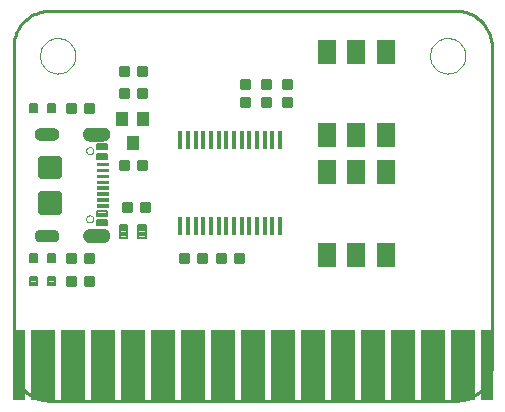
<source format=gtp>
G75*
G70*
%OFA0B0*%
%FSLAX24Y24*%
%IPPOS*%
%LPD*%
%AMOC8*
5,1,8,0,0,1.08239X$1,22.5*
%
%ADD10C,0.0088*%
%ADD11C,0.0075*%
%ADD12R,0.0400X0.0450*%
%ADD13R,0.0591X0.0787*%
%ADD14C,0.0100*%
%ADD15R,0.0787X0.2362*%
%ADD16R,0.0394X0.2362*%
%ADD17C,0.0000*%
%ADD18R,0.0157X0.0591*%
%ADD19C,0.0071*%
%ADD20C,0.0035*%
%ADD21C,0.0001*%
%ADD22C,0.0236*%
%ADD23C,0.0081*%
D10*
X002279Y004529D02*
X002541Y004529D01*
X002279Y004529D02*
X002279Y004791D01*
X002541Y004791D01*
X002541Y004529D01*
X002541Y004616D02*
X002279Y004616D01*
X002279Y004703D02*
X002541Y004703D01*
X002541Y004790D02*
X002279Y004790D01*
X002279Y005279D02*
X002541Y005279D01*
X002279Y005279D02*
X002279Y005541D01*
X002541Y005541D01*
X002541Y005279D01*
X002541Y005366D02*
X002279Y005366D01*
X002279Y005453D02*
X002541Y005453D01*
X002541Y005540D02*
X002279Y005540D01*
X002879Y005279D02*
X003141Y005279D01*
X002879Y005279D02*
X002879Y005541D01*
X003141Y005541D01*
X003141Y005279D01*
X003141Y005366D02*
X002879Y005366D01*
X002879Y005453D02*
X003141Y005453D01*
X003141Y005540D02*
X002879Y005540D01*
X002879Y004529D02*
X003141Y004529D01*
X002879Y004529D02*
X002879Y004791D01*
X003141Y004791D01*
X003141Y004529D01*
X003141Y004616D02*
X002879Y004616D01*
X002879Y004703D02*
X003141Y004703D01*
X003141Y004790D02*
X002879Y004790D01*
X004129Y007241D02*
X004391Y007241D01*
X004391Y006979D01*
X004129Y006979D01*
X004129Y007241D01*
X004129Y007066D02*
X004391Y007066D01*
X004391Y007153D02*
X004129Y007153D01*
X004129Y007240D02*
X004391Y007240D01*
X004729Y007241D02*
X004991Y007241D01*
X004991Y006979D01*
X004729Y006979D01*
X004729Y007241D01*
X004729Y007066D02*
X004991Y007066D01*
X004991Y007153D02*
X004729Y007153D01*
X004729Y007240D02*
X004991Y007240D01*
X004891Y008641D02*
X004629Y008641D01*
X004891Y008641D02*
X004891Y008379D01*
X004629Y008379D01*
X004629Y008641D01*
X004629Y008466D02*
X004891Y008466D01*
X004891Y008553D02*
X004629Y008553D01*
X004629Y008640D02*
X004891Y008640D01*
X004291Y008641D02*
X004029Y008641D01*
X004291Y008641D02*
X004291Y008379D01*
X004029Y008379D01*
X004029Y008641D01*
X004029Y008466D02*
X004291Y008466D01*
X004291Y008553D02*
X004029Y008553D01*
X004029Y008640D02*
X004291Y008640D01*
X003141Y010541D02*
X002879Y010541D01*
X003141Y010541D02*
X003141Y010279D01*
X002879Y010279D01*
X002879Y010541D01*
X002879Y010366D02*
X003141Y010366D01*
X003141Y010453D02*
X002879Y010453D01*
X002879Y010540D02*
X003141Y010540D01*
X002541Y010541D02*
X002279Y010541D01*
X002541Y010541D02*
X002541Y010279D01*
X002279Y010279D01*
X002279Y010541D01*
X002279Y010366D02*
X002541Y010366D01*
X002541Y010453D02*
X002279Y010453D01*
X002279Y010540D02*
X002541Y010540D01*
X004029Y011041D02*
X004291Y011041D01*
X004291Y010779D01*
X004029Y010779D01*
X004029Y011041D01*
X004029Y010866D02*
X004291Y010866D01*
X004291Y010953D02*
X004029Y010953D01*
X004029Y011040D02*
X004291Y011040D01*
X004629Y011041D02*
X004891Y011041D01*
X004891Y010779D01*
X004629Y010779D01*
X004629Y011041D01*
X004629Y010866D02*
X004891Y010866D01*
X004891Y010953D02*
X004629Y010953D01*
X004629Y011040D02*
X004891Y011040D01*
X004891Y011791D02*
X004629Y011791D01*
X004891Y011791D02*
X004891Y011529D01*
X004629Y011529D01*
X004629Y011791D01*
X004629Y011616D02*
X004891Y011616D01*
X004891Y011703D02*
X004629Y011703D01*
X004629Y011790D02*
X004891Y011790D01*
X004291Y011791D02*
X004029Y011791D01*
X004291Y011791D02*
X004291Y011529D01*
X004029Y011529D01*
X004029Y011791D01*
X004029Y011616D02*
X004291Y011616D01*
X004291Y011703D02*
X004029Y011703D01*
X004029Y011790D02*
X004291Y011790D01*
X008341Y011341D02*
X008341Y011079D01*
X008079Y011079D01*
X008079Y011341D01*
X008341Y011341D01*
X008341Y011166D02*
X008079Y011166D01*
X008079Y011253D02*
X008341Y011253D01*
X008341Y011340D02*
X008079Y011340D01*
X008341Y010741D02*
X008341Y010479D01*
X008079Y010479D01*
X008079Y010741D01*
X008341Y010741D01*
X008341Y010566D02*
X008079Y010566D01*
X008079Y010653D02*
X008341Y010653D01*
X008341Y010740D02*
X008079Y010740D01*
X008779Y010741D02*
X008779Y010479D01*
X008779Y010741D02*
X009041Y010741D01*
X009041Y010479D01*
X008779Y010479D01*
X008779Y010566D02*
X009041Y010566D01*
X009041Y010653D02*
X008779Y010653D01*
X008779Y010740D02*
X009041Y010740D01*
X008779Y011079D02*
X008779Y011341D01*
X009041Y011341D01*
X009041Y011079D01*
X008779Y011079D01*
X008779Y011166D02*
X009041Y011166D01*
X009041Y011253D02*
X008779Y011253D01*
X008779Y011340D02*
X009041Y011340D01*
X009741Y011341D02*
X009741Y011079D01*
X009479Y011079D01*
X009479Y011341D01*
X009741Y011341D01*
X009741Y011166D02*
X009479Y011166D01*
X009479Y011253D02*
X009741Y011253D01*
X009741Y011340D02*
X009479Y011340D01*
X009741Y010741D02*
X009741Y010479D01*
X009479Y010479D01*
X009479Y010741D01*
X009741Y010741D01*
X009741Y010566D02*
X009479Y010566D01*
X009479Y010653D02*
X009741Y010653D01*
X009741Y010740D02*
X009479Y010740D01*
X008141Y005279D02*
X007879Y005279D01*
X007879Y005541D01*
X008141Y005541D01*
X008141Y005279D01*
X008141Y005366D02*
X007879Y005366D01*
X007879Y005453D02*
X008141Y005453D01*
X008141Y005540D02*
X007879Y005540D01*
X007541Y005279D02*
X007279Y005279D01*
X007279Y005541D01*
X007541Y005541D01*
X007541Y005279D01*
X007541Y005366D02*
X007279Y005366D01*
X007279Y005453D02*
X007541Y005453D01*
X007541Y005540D02*
X007279Y005540D01*
X006891Y005541D02*
X006629Y005541D01*
X006891Y005541D02*
X006891Y005279D01*
X006629Y005279D01*
X006629Y005541D01*
X006629Y005366D02*
X006891Y005366D01*
X006891Y005453D02*
X006629Y005453D01*
X006629Y005540D02*
X006891Y005540D01*
X006291Y005541D02*
X006029Y005541D01*
X006291Y005541D02*
X006291Y005279D01*
X006029Y005279D01*
X006029Y005541D01*
X006029Y005366D02*
X006291Y005366D01*
X006291Y005453D02*
X006029Y005453D01*
X006029Y005540D02*
X006291Y005540D01*
D11*
X001873Y005548D02*
X001647Y005548D01*
X001873Y005548D02*
X001873Y005272D01*
X001647Y005272D01*
X001647Y005548D01*
X001647Y005346D02*
X001873Y005346D01*
X001873Y005420D02*
X001647Y005420D01*
X001647Y005494D02*
X001873Y005494D01*
X001273Y005548D02*
X001047Y005548D01*
X001273Y005548D02*
X001273Y005272D01*
X001047Y005272D01*
X001047Y005548D01*
X001047Y005346D02*
X001273Y005346D01*
X001273Y005420D02*
X001047Y005420D01*
X001047Y005494D02*
X001273Y005494D01*
X001273Y004798D02*
X001047Y004798D01*
X001273Y004798D02*
X001273Y004522D01*
X001047Y004522D01*
X001047Y004798D01*
X001047Y004596D02*
X001273Y004596D01*
X001273Y004670D02*
X001047Y004670D01*
X001047Y004744D02*
X001273Y004744D01*
X001647Y004798D02*
X001873Y004798D01*
X001873Y004522D01*
X001647Y004522D01*
X001647Y004798D01*
X001647Y004596D02*
X001873Y004596D01*
X001873Y004670D02*
X001647Y004670D01*
X001647Y004744D02*
X001873Y004744D01*
X001873Y010548D02*
X001647Y010548D01*
X001873Y010548D02*
X001873Y010272D01*
X001647Y010272D01*
X001647Y010548D01*
X001647Y010346D02*
X001873Y010346D01*
X001873Y010420D02*
X001647Y010420D01*
X001647Y010494D02*
X001873Y010494D01*
X001273Y010548D02*
X001047Y010548D01*
X001273Y010548D02*
X001273Y010272D01*
X001047Y010272D01*
X001047Y010548D01*
X001047Y010346D02*
X001273Y010346D01*
X001273Y010420D02*
X001047Y010420D01*
X001047Y010494D02*
X001273Y010494D01*
D12*
X004110Y010060D03*
X004810Y010060D03*
X004460Y009260D03*
D13*
X010926Y009532D03*
X011910Y009532D03*
X012894Y009532D03*
X012894Y008288D03*
X011910Y008288D03*
X010926Y008288D03*
X010926Y005532D03*
X011910Y005532D03*
X012894Y005532D03*
X012894Y012288D03*
X011910Y012288D03*
X010926Y012288D03*
D14*
X015232Y000664D02*
X001688Y000664D01*
X001621Y000666D01*
X001554Y000672D01*
X001487Y000681D01*
X001421Y000694D01*
X001356Y000711D01*
X001292Y000731D01*
X001229Y000755D01*
X001167Y000783D01*
X001108Y000814D01*
X001050Y000848D01*
X000994Y000885D01*
X000940Y000926D01*
X000888Y000969D01*
X000839Y001015D01*
X000793Y001064D01*
X000750Y001116D01*
X000709Y001170D01*
X000672Y001226D01*
X000638Y001284D01*
X000607Y001343D01*
X000579Y001405D01*
X000555Y001468D01*
X000535Y001532D01*
X000518Y001597D01*
X000505Y001663D01*
X000496Y001730D01*
X000490Y001797D01*
X000488Y001864D01*
X000488Y012456D01*
X000490Y012523D01*
X000496Y012590D01*
X000505Y012657D01*
X000518Y012723D01*
X000535Y012788D01*
X000555Y012852D01*
X000579Y012915D01*
X000607Y012977D01*
X000638Y013036D01*
X000672Y013094D01*
X000709Y013150D01*
X000750Y013204D01*
X000793Y013256D01*
X000839Y013305D01*
X000888Y013351D01*
X000940Y013394D01*
X000994Y013435D01*
X001050Y013472D01*
X001108Y013506D01*
X001167Y013537D01*
X001229Y013565D01*
X001292Y013589D01*
X001356Y013609D01*
X001421Y013626D01*
X001487Y013639D01*
X001554Y013648D01*
X001621Y013654D01*
X001688Y013656D01*
X015232Y013656D01*
X015299Y013654D01*
X015366Y013648D01*
X015433Y013639D01*
X015499Y013626D01*
X015564Y013609D01*
X015628Y013589D01*
X015691Y013565D01*
X015753Y013537D01*
X015812Y013506D01*
X015870Y013472D01*
X015926Y013435D01*
X015980Y013394D01*
X016032Y013351D01*
X016081Y013305D01*
X016127Y013256D01*
X016170Y013204D01*
X016211Y013150D01*
X016248Y013094D01*
X016282Y013036D01*
X016313Y012977D01*
X016341Y012915D01*
X016365Y012852D01*
X016385Y012788D01*
X016402Y012723D01*
X016415Y012657D01*
X016424Y012590D01*
X016430Y012523D01*
X016432Y012456D01*
X016432Y001864D01*
X016430Y001797D01*
X016424Y001730D01*
X016415Y001663D01*
X016402Y001597D01*
X016385Y001532D01*
X016365Y001468D01*
X016341Y001405D01*
X016313Y001343D01*
X016282Y001284D01*
X016248Y001226D01*
X016211Y001170D01*
X016170Y001116D01*
X016127Y001064D01*
X016081Y001015D01*
X016032Y000969D01*
X015980Y000926D01*
X015926Y000885D01*
X015870Y000848D01*
X015812Y000814D01*
X015753Y000783D01*
X015691Y000755D01*
X015628Y000731D01*
X015564Y000711D01*
X015499Y000694D01*
X015433Y000681D01*
X015366Y000672D01*
X015299Y000666D01*
X015232Y000664D01*
D15*
X015460Y001848D03*
X014460Y001848D03*
X013460Y001848D03*
X012460Y001848D03*
X011460Y001848D03*
X010460Y001848D03*
X009460Y001848D03*
X008460Y001848D03*
X007460Y001848D03*
X006460Y001848D03*
X005460Y001848D03*
X004460Y001848D03*
X003460Y001848D03*
X002460Y001848D03*
X001460Y001848D03*
D16*
X000665Y001848D03*
X016255Y001848D03*
D17*
X014369Y012160D02*
X014371Y012208D01*
X014377Y012256D01*
X014387Y012303D01*
X014400Y012349D01*
X014418Y012394D01*
X014438Y012438D01*
X014463Y012480D01*
X014491Y012519D01*
X014521Y012556D01*
X014555Y012590D01*
X014592Y012622D01*
X014630Y012651D01*
X014671Y012676D01*
X014714Y012698D01*
X014759Y012716D01*
X014805Y012730D01*
X014852Y012741D01*
X014900Y012748D01*
X014948Y012751D01*
X014996Y012750D01*
X015044Y012745D01*
X015092Y012736D01*
X015138Y012724D01*
X015183Y012707D01*
X015227Y012687D01*
X015269Y012664D01*
X015309Y012637D01*
X015347Y012607D01*
X015382Y012574D01*
X015414Y012538D01*
X015444Y012500D01*
X015470Y012459D01*
X015492Y012416D01*
X015512Y012372D01*
X015527Y012327D01*
X015539Y012280D01*
X015547Y012232D01*
X015551Y012184D01*
X015551Y012136D01*
X015547Y012088D01*
X015539Y012040D01*
X015527Y011993D01*
X015512Y011948D01*
X015492Y011904D01*
X015470Y011861D01*
X015444Y011820D01*
X015414Y011782D01*
X015382Y011746D01*
X015347Y011713D01*
X015309Y011683D01*
X015269Y011656D01*
X015227Y011633D01*
X015183Y011613D01*
X015138Y011596D01*
X015092Y011584D01*
X015044Y011575D01*
X014996Y011570D01*
X014948Y011569D01*
X014900Y011572D01*
X014852Y011579D01*
X014805Y011590D01*
X014759Y011604D01*
X014714Y011622D01*
X014671Y011644D01*
X014630Y011669D01*
X014592Y011698D01*
X014555Y011730D01*
X014521Y011764D01*
X014491Y011801D01*
X014463Y011840D01*
X014438Y011882D01*
X014418Y011926D01*
X014400Y011971D01*
X014387Y012017D01*
X014377Y012064D01*
X014371Y012112D01*
X014369Y012160D01*
X003671Y009601D02*
X003677Y009553D01*
X003672Y009511D01*
X003660Y009470D01*
X003640Y009433D01*
X003613Y009400D01*
X003580Y009373D01*
X003543Y009353D01*
X003502Y009341D01*
X003460Y009336D01*
X003027Y009336D01*
X002985Y009341D01*
X002944Y009353D01*
X002907Y009373D01*
X002874Y009400D01*
X002847Y009433D01*
X002827Y009470D01*
X002815Y009511D01*
X002810Y009553D01*
X002816Y009601D01*
X002832Y009647D01*
X002858Y009688D01*
X002892Y009722D01*
X002933Y009748D01*
X002979Y009764D01*
X003027Y009769D01*
X003460Y009769D01*
X003508Y009764D01*
X003554Y009748D01*
X003595Y009722D01*
X003629Y009688D01*
X003655Y009647D01*
X003671Y009601D01*
X002909Y008998D02*
X002911Y009019D01*
X002917Y009039D01*
X002926Y009059D01*
X002938Y009076D01*
X002953Y009090D01*
X002971Y009102D01*
X002991Y009110D01*
X003011Y009115D01*
X003032Y009116D01*
X003053Y009113D01*
X003073Y009107D01*
X003092Y009096D01*
X003109Y009083D01*
X003122Y009067D01*
X003133Y009049D01*
X003141Y009029D01*
X003145Y009009D01*
X003145Y008987D01*
X003141Y008967D01*
X003133Y008947D01*
X003122Y008929D01*
X003109Y008913D01*
X003092Y008900D01*
X003073Y008889D01*
X003053Y008883D01*
X003032Y008880D01*
X003011Y008881D01*
X002991Y008886D01*
X002971Y008894D01*
X002953Y008906D01*
X002938Y008920D01*
X002926Y008937D01*
X002917Y008957D01*
X002911Y008977D01*
X002909Y008998D01*
X001964Y009468D02*
X001941Y009430D01*
X001910Y009399D01*
X001872Y009376D01*
X001831Y009361D01*
X001787Y009356D01*
X001393Y009356D01*
X001349Y009361D01*
X001308Y009376D01*
X001270Y009399D01*
X001239Y009430D01*
X001216Y009468D01*
X001201Y009509D01*
X001196Y009553D01*
X001201Y009597D01*
X001216Y009638D01*
X001239Y009676D01*
X001270Y009707D01*
X001308Y009730D01*
X001349Y009745D01*
X001393Y009750D01*
X001787Y009750D01*
X001831Y009745D01*
X001872Y009730D01*
X001910Y009707D01*
X001941Y009676D01*
X001964Y009638D01*
X001979Y009597D01*
X001984Y009553D01*
X001979Y009509D01*
X001964Y009468D01*
X001369Y012160D02*
X001371Y012208D01*
X001377Y012256D01*
X001387Y012303D01*
X001400Y012349D01*
X001418Y012394D01*
X001438Y012438D01*
X001463Y012480D01*
X001491Y012519D01*
X001521Y012556D01*
X001555Y012590D01*
X001592Y012622D01*
X001630Y012651D01*
X001671Y012676D01*
X001714Y012698D01*
X001759Y012716D01*
X001805Y012730D01*
X001852Y012741D01*
X001900Y012748D01*
X001948Y012751D01*
X001996Y012750D01*
X002044Y012745D01*
X002092Y012736D01*
X002138Y012724D01*
X002183Y012707D01*
X002227Y012687D01*
X002269Y012664D01*
X002309Y012637D01*
X002347Y012607D01*
X002382Y012574D01*
X002414Y012538D01*
X002444Y012500D01*
X002470Y012459D01*
X002492Y012416D01*
X002512Y012372D01*
X002527Y012327D01*
X002539Y012280D01*
X002547Y012232D01*
X002551Y012184D01*
X002551Y012136D01*
X002547Y012088D01*
X002539Y012040D01*
X002527Y011993D01*
X002512Y011948D01*
X002492Y011904D01*
X002470Y011861D01*
X002444Y011820D01*
X002414Y011782D01*
X002382Y011746D01*
X002347Y011713D01*
X002309Y011683D01*
X002269Y011656D01*
X002227Y011633D01*
X002183Y011613D01*
X002138Y011596D01*
X002092Y011584D01*
X002044Y011575D01*
X001996Y011570D01*
X001948Y011569D01*
X001900Y011572D01*
X001852Y011579D01*
X001805Y011590D01*
X001759Y011604D01*
X001714Y011622D01*
X001671Y011644D01*
X001630Y011669D01*
X001592Y011698D01*
X001555Y011730D01*
X001521Y011764D01*
X001491Y011801D01*
X001463Y011840D01*
X001438Y011882D01*
X001418Y011926D01*
X001400Y011971D01*
X001387Y012017D01*
X001377Y012064D01*
X001371Y012112D01*
X001369Y012160D01*
X002909Y006722D02*
X002911Y006743D01*
X002917Y006763D01*
X002926Y006783D01*
X002938Y006800D01*
X002953Y006814D01*
X002971Y006826D01*
X002991Y006834D01*
X003011Y006839D01*
X003032Y006840D01*
X003053Y006837D01*
X003073Y006831D01*
X003092Y006820D01*
X003109Y006807D01*
X003122Y006791D01*
X003133Y006773D01*
X003141Y006753D01*
X003145Y006733D01*
X003145Y006711D01*
X003141Y006691D01*
X003133Y006671D01*
X003122Y006653D01*
X003109Y006637D01*
X003092Y006624D01*
X003073Y006613D01*
X003053Y006607D01*
X003032Y006604D01*
X003011Y006605D01*
X002991Y006610D01*
X002971Y006618D01*
X002953Y006630D01*
X002938Y006644D01*
X002926Y006661D01*
X002917Y006681D01*
X002911Y006701D01*
X002909Y006722D01*
X002979Y006378D02*
X003027Y006384D01*
X003460Y006384D01*
X003508Y006378D01*
X003554Y006362D01*
X003595Y006336D01*
X003629Y006302D01*
X003655Y006261D01*
X003671Y006215D01*
X003677Y006167D01*
X003672Y006125D01*
X003660Y006084D01*
X003640Y006047D01*
X003613Y006014D01*
X003580Y005987D01*
X003543Y005967D01*
X003502Y005955D01*
X003460Y005951D01*
X003027Y005951D01*
X002985Y005955D01*
X002944Y005967D01*
X002907Y005987D01*
X002874Y006014D01*
X002847Y006047D01*
X002827Y006084D01*
X002815Y006125D01*
X002810Y006167D01*
X002816Y006215D01*
X002832Y006261D01*
X002858Y006302D01*
X002892Y006336D01*
X002933Y006362D01*
X002979Y006378D01*
X001979Y006211D02*
X001984Y006167D01*
X001979Y006123D01*
X001964Y006082D01*
X001941Y006044D01*
X001910Y006013D01*
X001872Y005990D01*
X001831Y005975D01*
X001787Y005970D01*
X001393Y005970D01*
X001349Y005975D01*
X001308Y005990D01*
X001270Y006013D01*
X001239Y006044D01*
X001216Y006082D01*
X001201Y006123D01*
X001196Y006167D01*
X001201Y006211D01*
X001216Y006252D01*
X001239Y006290D01*
X001270Y006321D01*
X001308Y006344D01*
X001349Y006359D01*
X001393Y006364D01*
X001787Y006364D01*
X001831Y006359D01*
X001872Y006344D01*
X001910Y006321D01*
X001941Y006290D01*
X001964Y006252D01*
X001979Y006211D01*
D18*
X006047Y006483D03*
X006303Y006483D03*
X006558Y006483D03*
X006814Y006483D03*
X007070Y006483D03*
X007326Y006483D03*
X007582Y006483D03*
X007838Y006483D03*
X008094Y006483D03*
X008350Y006483D03*
X008606Y006483D03*
X008862Y006483D03*
X009117Y006483D03*
X009373Y006483D03*
X009373Y009337D03*
X009117Y009337D03*
X008862Y009337D03*
X008606Y009337D03*
X008350Y009337D03*
X008094Y009337D03*
X007838Y009337D03*
X007582Y009337D03*
X007326Y009337D03*
X007070Y009337D03*
X006814Y009337D03*
X006558Y009337D03*
X006303Y009337D03*
X006047Y009337D03*
D19*
X003602Y009057D02*
X003278Y009057D01*
X003278Y009223D01*
X003602Y009223D01*
X003602Y009057D01*
X003602Y009127D02*
X003278Y009127D01*
X003278Y009197D02*
X003602Y009197D01*
X003602Y008722D02*
X003278Y008722D01*
X003278Y008888D01*
X003602Y008888D01*
X003602Y008722D01*
X003602Y008792D02*
X003278Y008792D01*
X003278Y008862D02*
X003602Y008862D01*
X003602Y006832D02*
X003278Y006832D01*
X003278Y006998D01*
X003602Y006998D01*
X003602Y006832D01*
X003602Y006902D02*
X003278Y006902D01*
X003278Y006972D02*
X003602Y006972D01*
X003602Y006517D02*
X003278Y006517D01*
X003278Y006683D01*
X003602Y006683D01*
X003602Y006517D01*
X003602Y006587D02*
X003278Y006587D01*
X003278Y006657D02*
X003602Y006657D01*
D20*
X003620Y007129D02*
X003260Y007129D01*
X003260Y007213D01*
X003620Y007213D01*
X003620Y007129D01*
X003620Y007163D02*
X003260Y007163D01*
X003260Y007197D02*
X003620Y007197D01*
X003620Y007326D02*
X003260Y007326D01*
X003260Y007410D01*
X003620Y007410D01*
X003620Y007326D01*
X003620Y007360D02*
X003260Y007360D01*
X003260Y007394D02*
X003620Y007394D01*
X003620Y007523D02*
X003260Y007523D01*
X003260Y007607D01*
X003620Y007607D01*
X003620Y007523D01*
X003620Y007557D02*
X003260Y007557D01*
X003260Y007591D02*
X003620Y007591D01*
X003620Y007720D02*
X003260Y007720D01*
X003260Y007804D01*
X003620Y007804D01*
X003620Y007720D01*
X003620Y007754D02*
X003260Y007754D01*
X003260Y007788D02*
X003620Y007788D01*
X003620Y007916D02*
X003260Y007916D01*
X003260Y008000D01*
X003620Y008000D01*
X003620Y007916D01*
X003620Y007950D02*
X003260Y007950D01*
X003260Y007984D02*
X003620Y007984D01*
X003620Y008113D02*
X003260Y008113D01*
X003260Y008197D01*
X003620Y008197D01*
X003620Y008113D01*
X003620Y008147D02*
X003260Y008147D01*
X003260Y008181D02*
X003620Y008181D01*
X003620Y008310D02*
X003260Y008310D01*
X003260Y008394D01*
X003620Y008394D01*
X003620Y008310D01*
X003620Y008344D02*
X003260Y008344D01*
X003260Y008378D02*
X003620Y008378D01*
X003620Y008507D02*
X003260Y008507D01*
X003260Y008591D01*
X003620Y008591D01*
X003620Y008507D01*
X003620Y008541D02*
X003260Y008541D01*
X003260Y008575D02*
X003620Y008575D01*
D21*
X003503Y009341D02*
X002984Y009341D01*
X002980Y009342D02*
X003507Y009342D01*
X003510Y009343D02*
X002977Y009343D01*
X002974Y009344D02*
X003513Y009344D01*
X003516Y009345D02*
X002970Y009345D01*
X002967Y009346D02*
X003520Y009346D01*
X003523Y009347D02*
X002964Y009347D01*
X002961Y009348D02*
X003526Y009348D01*
X003530Y009349D02*
X002957Y009349D01*
X002954Y009350D02*
X003533Y009350D01*
X003536Y009351D02*
X002951Y009351D01*
X002947Y009352D02*
X003540Y009352D01*
X003543Y009353D02*
X002944Y009353D01*
X002942Y009354D02*
X003545Y009354D01*
X003547Y009355D02*
X002940Y009355D01*
X002938Y009356D02*
X003548Y009356D01*
X003550Y009357D02*
X002937Y009357D01*
X002935Y009358D02*
X003552Y009358D01*
X003554Y009359D02*
X002933Y009359D01*
X002931Y009360D02*
X003556Y009360D01*
X003558Y009361D02*
X002929Y009361D01*
X002927Y009362D02*
X003560Y009362D01*
X003562Y009363D02*
X002925Y009363D01*
X002924Y009364D02*
X003563Y009364D01*
X003565Y009365D02*
X002922Y009365D01*
X002920Y009366D02*
X003567Y009366D01*
X003569Y009367D02*
X002918Y009367D01*
X002916Y009368D02*
X003571Y009368D01*
X003573Y009369D02*
X002914Y009369D01*
X002912Y009370D02*
X003575Y009370D01*
X003576Y009371D02*
X002910Y009371D01*
X002909Y009372D02*
X003578Y009372D01*
X003580Y009373D02*
X002907Y009373D01*
X002905Y009374D02*
X003581Y009374D01*
X003583Y009375D02*
X002904Y009375D01*
X002903Y009376D02*
X003584Y009376D01*
X003585Y009377D02*
X002902Y009377D01*
X002901Y009378D02*
X003586Y009378D01*
X003588Y009379D02*
X002899Y009379D01*
X002898Y009380D02*
X003589Y009380D01*
X003590Y009381D02*
X002897Y009381D01*
X002896Y009382D02*
X003591Y009382D01*
X003592Y009383D02*
X002895Y009383D01*
X002893Y009384D02*
X003594Y009384D01*
X003595Y009385D02*
X002892Y009385D01*
X002891Y009386D02*
X003596Y009386D01*
X003597Y009387D02*
X002890Y009387D01*
X002888Y009388D02*
X003598Y009388D01*
X003600Y009389D02*
X002887Y009389D01*
X002886Y009390D02*
X003601Y009390D01*
X003602Y009391D02*
X002885Y009391D01*
X002884Y009392D02*
X003603Y009392D01*
X003605Y009393D02*
X002882Y009393D01*
X002881Y009394D02*
X003606Y009394D01*
X003607Y009395D02*
X002880Y009395D01*
X002879Y009396D02*
X003608Y009396D01*
X003609Y009397D02*
X002877Y009397D01*
X002876Y009398D02*
X003611Y009398D01*
X003612Y009399D02*
X002875Y009399D01*
X002874Y009400D02*
X003613Y009400D01*
X003614Y009401D02*
X002873Y009401D01*
X002872Y009402D02*
X003615Y009402D01*
X003616Y009403D02*
X002871Y009403D01*
X002871Y009404D02*
X003616Y009404D01*
X003617Y009405D02*
X002870Y009405D01*
X002869Y009406D02*
X003618Y009406D01*
X003619Y009407D02*
X002868Y009407D01*
X002867Y009408D02*
X003620Y009408D01*
X003620Y009409D02*
X002866Y009409D01*
X002866Y009410D02*
X003621Y009410D01*
X003622Y009411D02*
X002865Y009411D01*
X002864Y009412D02*
X003623Y009412D01*
X003624Y009413D02*
X002863Y009413D01*
X002862Y009414D02*
X003625Y009414D01*
X003625Y009415D02*
X002862Y009415D01*
X002861Y009416D02*
X003626Y009416D01*
X003627Y009417D02*
X002860Y009417D01*
X002859Y009418D02*
X003628Y009418D01*
X003629Y009419D02*
X002858Y009419D01*
X002857Y009420D02*
X003630Y009420D01*
X003630Y009421D02*
X002857Y009421D01*
X002856Y009422D02*
X003631Y009422D01*
X003632Y009423D02*
X002855Y009423D01*
X002854Y009424D02*
X003633Y009424D01*
X003634Y009425D02*
X002853Y009425D01*
X002853Y009426D02*
X003634Y009426D01*
X003635Y009427D02*
X002852Y009427D01*
X002851Y009428D02*
X003636Y009428D01*
X003637Y009429D02*
X002850Y009429D01*
X002849Y009430D02*
X003638Y009430D01*
X003639Y009431D02*
X002848Y009431D01*
X002848Y009432D02*
X003639Y009432D01*
X003640Y009433D02*
X002847Y009433D01*
X002846Y009434D02*
X003641Y009434D01*
X003641Y009435D02*
X002846Y009435D01*
X002845Y009436D02*
X003642Y009436D01*
X003642Y009437D02*
X002845Y009437D01*
X002844Y009438D02*
X003643Y009438D01*
X003643Y009439D02*
X002844Y009439D01*
X002843Y009440D02*
X003644Y009440D01*
X003644Y009441D02*
X002843Y009441D01*
X002842Y009442D02*
X003645Y009442D01*
X003645Y009443D02*
X002841Y009443D01*
X002841Y009444D02*
X003646Y009444D01*
X003647Y009445D02*
X002840Y009445D01*
X002840Y009446D02*
X003647Y009446D01*
X003648Y009447D02*
X002839Y009447D01*
X002839Y009448D02*
X003648Y009448D01*
X003649Y009449D02*
X002838Y009449D01*
X002838Y009450D02*
X003649Y009450D01*
X003650Y009451D02*
X002837Y009451D01*
X002837Y009452D02*
X003650Y009452D01*
X003651Y009453D02*
X002836Y009453D01*
X002836Y009454D02*
X003651Y009454D01*
X003652Y009455D02*
X002835Y009455D01*
X002835Y009456D02*
X003652Y009456D01*
X003653Y009457D02*
X002834Y009457D01*
X002833Y009458D02*
X003653Y009458D01*
X003654Y009459D02*
X002833Y009459D01*
X002832Y009460D02*
X003655Y009460D01*
X003655Y009461D02*
X002832Y009461D01*
X002831Y009462D02*
X003656Y009462D01*
X003656Y009463D02*
X002831Y009463D01*
X002830Y009464D02*
X003657Y009464D01*
X003657Y009465D02*
X002830Y009465D01*
X002829Y009466D02*
X003658Y009466D01*
X003658Y009467D02*
X002829Y009467D01*
X002828Y009468D02*
X003659Y009468D01*
X003659Y009469D02*
X002828Y009469D01*
X002827Y009470D02*
X003660Y009470D01*
X003660Y009471D02*
X002827Y009471D01*
X002826Y009472D02*
X003661Y009472D01*
X003661Y009473D02*
X002826Y009473D01*
X002826Y009474D02*
X003661Y009474D01*
X003661Y009475D02*
X002825Y009475D01*
X002825Y009476D02*
X003662Y009476D01*
X003662Y009477D02*
X002825Y009477D01*
X002825Y009478D02*
X003662Y009478D01*
X003663Y009479D02*
X002824Y009479D01*
X002824Y009480D02*
X003663Y009480D01*
X003663Y009481D02*
X002824Y009481D01*
X002823Y009482D02*
X003664Y009482D01*
X003664Y009483D02*
X002823Y009483D01*
X002823Y009484D02*
X003664Y009484D01*
X003665Y009485D02*
X002822Y009485D01*
X002822Y009486D02*
X003665Y009486D01*
X003665Y009487D02*
X002822Y009487D01*
X002822Y009488D02*
X003665Y009488D01*
X003666Y009489D02*
X002821Y009489D01*
X002821Y009490D02*
X003666Y009490D01*
X003666Y009491D02*
X002821Y009491D01*
X002820Y009492D02*
X003667Y009492D01*
X003667Y009493D02*
X002820Y009493D01*
X002820Y009494D02*
X003667Y009494D01*
X003668Y009495D02*
X002819Y009495D01*
X002819Y009496D02*
X003668Y009496D01*
X003668Y009497D02*
X002819Y009497D01*
X002818Y009498D02*
X003668Y009498D01*
X003669Y009499D02*
X002818Y009499D01*
X002818Y009500D02*
X003669Y009500D01*
X003669Y009501D02*
X002818Y009501D01*
X002817Y009502D02*
X003670Y009502D01*
X003670Y009503D02*
X002817Y009503D01*
X002817Y009504D02*
X003670Y009504D01*
X003671Y009505D02*
X002816Y009505D01*
X002816Y009506D02*
X003671Y009506D01*
X003671Y009507D02*
X002816Y009507D01*
X002815Y009508D02*
X003671Y009508D01*
X003672Y009509D02*
X002815Y009509D01*
X002815Y009510D02*
X003672Y009510D01*
X003672Y009511D02*
X002815Y009511D01*
X002814Y009512D02*
X003672Y009512D01*
X003673Y009513D02*
X002814Y009513D01*
X002814Y009514D02*
X003673Y009514D01*
X003673Y009515D02*
X002814Y009515D01*
X002814Y009516D02*
X003673Y009516D01*
X003673Y009517D02*
X002814Y009517D01*
X002814Y009518D02*
X003673Y009518D01*
X003673Y009519D02*
X002814Y009519D01*
X002814Y009520D02*
X003673Y009520D01*
X003673Y009521D02*
X002814Y009521D01*
X002813Y009522D02*
X003673Y009522D01*
X003674Y009523D02*
X002813Y009523D01*
X002813Y009524D02*
X003674Y009524D01*
X003674Y009525D02*
X002813Y009525D01*
X002813Y009526D02*
X003674Y009526D01*
X003674Y009527D02*
X002813Y009527D01*
X002813Y009528D02*
X003674Y009528D01*
X003674Y009529D02*
X002813Y009529D01*
X002813Y009530D02*
X003674Y009530D01*
X003674Y009531D02*
X002813Y009531D01*
X002812Y009532D02*
X003674Y009532D01*
X003675Y009533D02*
X002812Y009533D01*
X002812Y009534D02*
X003675Y009534D01*
X003675Y009535D02*
X002812Y009535D01*
X002812Y009536D02*
X003675Y009536D01*
X003675Y009537D02*
X002812Y009537D01*
X002812Y009538D02*
X003675Y009538D01*
X003675Y009539D02*
X002812Y009539D01*
X002812Y009540D02*
X003675Y009540D01*
X003675Y009541D02*
X002812Y009541D01*
X002812Y009542D02*
X003675Y009542D01*
X003676Y009543D02*
X002811Y009543D01*
X002811Y009544D02*
X003676Y009544D01*
X003676Y009545D02*
X002811Y009545D01*
X002811Y009546D02*
X003676Y009546D01*
X003676Y009547D02*
X002811Y009547D01*
X002811Y009548D02*
X003676Y009548D01*
X003676Y009549D02*
X002811Y009549D01*
X002811Y009550D02*
X003676Y009550D01*
X003676Y009551D02*
X002811Y009551D01*
X002811Y009552D02*
X003676Y009552D01*
X003677Y009553D02*
X002810Y009553D01*
X002810Y009554D02*
X003676Y009554D01*
X003676Y009555D02*
X002811Y009555D01*
X002811Y009556D02*
X003676Y009556D01*
X003676Y009557D02*
X002811Y009557D01*
X002811Y009558D02*
X003676Y009558D01*
X003676Y009559D02*
X002811Y009559D01*
X002811Y009560D02*
X003676Y009560D01*
X003676Y009561D02*
X002811Y009561D01*
X002811Y009562D02*
X003676Y009562D01*
X003675Y009563D02*
X002811Y009563D01*
X002812Y009564D02*
X003675Y009564D01*
X003675Y009565D02*
X002812Y009565D01*
X002812Y009566D02*
X003675Y009566D01*
X003675Y009567D02*
X002812Y009567D01*
X002812Y009568D02*
X003675Y009568D01*
X003675Y009569D02*
X002812Y009569D01*
X002812Y009570D02*
X003675Y009570D01*
X003675Y009571D02*
X002812Y009571D01*
X002813Y009572D02*
X003674Y009572D01*
X003674Y009573D02*
X002813Y009573D01*
X002813Y009574D02*
X003674Y009574D01*
X003674Y009575D02*
X002813Y009575D01*
X002813Y009576D02*
X003674Y009576D01*
X003674Y009577D02*
X002813Y009577D01*
X002813Y009578D02*
X003674Y009578D01*
X003674Y009579D02*
X002813Y009579D01*
X002813Y009580D02*
X003674Y009580D01*
X003673Y009581D02*
X002814Y009581D01*
X002814Y009582D02*
X003673Y009582D01*
X003673Y009583D02*
X002814Y009583D01*
X002814Y009584D02*
X003673Y009584D01*
X003673Y009585D02*
X002814Y009585D01*
X002814Y009586D02*
X003673Y009586D01*
X003673Y009587D02*
X002814Y009587D01*
X002814Y009588D02*
X003673Y009588D01*
X003673Y009589D02*
X002814Y009589D01*
X002815Y009590D02*
X003672Y009590D01*
X003672Y009591D02*
X002815Y009591D01*
X002815Y009592D02*
X003672Y009592D01*
X003672Y009593D02*
X002815Y009593D01*
X002815Y009594D02*
X003672Y009594D01*
X003672Y009595D02*
X002815Y009595D01*
X002815Y009596D02*
X003672Y009596D01*
X003672Y009597D02*
X002815Y009597D01*
X002815Y009598D02*
X003671Y009598D01*
X003671Y009599D02*
X002816Y009599D01*
X002816Y009600D02*
X003671Y009600D01*
X003671Y009601D02*
X002816Y009601D01*
X002816Y009602D02*
X003671Y009602D01*
X003671Y009603D02*
X002816Y009603D01*
X002817Y009604D02*
X003670Y009604D01*
X003670Y009605D02*
X002817Y009605D01*
X002817Y009606D02*
X003670Y009606D01*
X003669Y009607D02*
X002818Y009607D01*
X002818Y009608D02*
X003669Y009608D01*
X003668Y009609D02*
X002818Y009609D01*
X002819Y009610D02*
X003668Y009610D01*
X003668Y009611D02*
X002819Y009611D01*
X002819Y009612D02*
X003667Y009612D01*
X003667Y009613D02*
X002820Y009613D01*
X002820Y009614D02*
X003667Y009614D01*
X003666Y009615D02*
X002821Y009615D01*
X002821Y009616D02*
X003666Y009616D01*
X003666Y009617D02*
X002821Y009617D01*
X002822Y009618D02*
X003665Y009618D01*
X003665Y009619D02*
X002822Y009619D01*
X002822Y009620D02*
X003665Y009620D01*
X003664Y009621D02*
X002823Y009621D01*
X002823Y009622D02*
X003664Y009622D01*
X003664Y009623D02*
X002823Y009623D01*
X002824Y009624D02*
X003663Y009624D01*
X003663Y009625D02*
X002824Y009625D01*
X002824Y009626D02*
X003663Y009626D01*
X003662Y009627D02*
X002825Y009627D01*
X002825Y009628D02*
X003662Y009628D01*
X003661Y009629D02*
X002825Y009629D01*
X002826Y009630D02*
X003661Y009630D01*
X003661Y009631D02*
X002826Y009631D01*
X002826Y009632D02*
X003660Y009632D01*
X003660Y009633D02*
X002827Y009633D01*
X002827Y009634D02*
X003660Y009634D01*
X003659Y009635D02*
X002828Y009635D01*
X002828Y009636D02*
X003659Y009636D01*
X003659Y009637D02*
X002828Y009637D01*
X002829Y009638D02*
X003658Y009638D01*
X003658Y009639D02*
X002829Y009639D01*
X002829Y009640D02*
X003658Y009640D01*
X003657Y009641D02*
X002830Y009641D01*
X002830Y009642D02*
X003657Y009642D01*
X003657Y009643D02*
X002830Y009643D01*
X002831Y009644D02*
X003656Y009644D01*
X003656Y009645D02*
X002831Y009645D01*
X002831Y009646D02*
X003656Y009646D01*
X003655Y009647D02*
X002832Y009647D01*
X002832Y009648D02*
X003655Y009648D01*
X003654Y009649D02*
X002833Y009649D01*
X002834Y009650D02*
X003653Y009650D01*
X003653Y009651D02*
X002834Y009651D01*
X002835Y009652D02*
X003652Y009652D01*
X003652Y009653D02*
X002835Y009653D01*
X002836Y009654D02*
X003651Y009654D01*
X003650Y009655D02*
X002837Y009655D01*
X002837Y009656D02*
X003650Y009656D01*
X003649Y009657D02*
X002838Y009657D01*
X002839Y009658D02*
X003648Y009658D01*
X003648Y009659D02*
X002839Y009659D01*
X002840Y009660D02*
X003647Y009660D01*
X003647Y009661D02*
X002840Y009661D01*
X002841Y009662D02*
X003646Y009662D01*
X003645Y009663D02*
X002842Y009663D01*
X002842Y009664D02*
X003645Y009664D01*
X003644Y009665D02*
X002843Y009665D01*
X002844Y009666D02*
X003643Y009666D01*
X003643Y009667D02*
X002844Y009667D01*
X002845Y009668D02*
X003642Y009668D01*
X003641Y009669D02*
X002845Y009669D01*
X002846Y009670D02*
X003641Y009670D01*
X003640Y009671D02*
X002847Y009671D01*
X002847Y009672D02*
X003640Y009672D01*
X003639Y009673D02*
X002848Y009673D01*
X002849Y009674D02*
X003638Y009674D01*
X003638Y009675D02*
X002849Y009675D01*
X002850Y009676D02*
X003637Y009676D01*
X003636Y009677D02*
X002850Y009677D01*
X002851Y009678D02*
X003636Y009678D01*
X003635Y009679D02*
X002852Y009679D01*
X002852Y009680D02*
X003635Y009680D01*
X003634Y009681D02*
X002853Y009681D01*
X002854Y009682D02*
X003633Y009682D01*
X003633Y009683D02*
X002854Y009683D01*
X002855Y009684D02*
X003632Y009684D01*
X003631Y009685D02*
X002855Y009685D01*
X002856Y009686D02*
X003631Y009686D01*
X003630Y009687D02*
X002857Y009687D01*
X002857Y009688D02*
X003630Y009688D01*
X003629Y009689D02*
X002858Y009689D01*
X002859Y009690D02*
X003628Y009690D01*
X003627Y009691D02*
X002860Y009691D01*
X002861Y009692D02*
X003626Y009692D01*
X003625Y009693D02*
X002862Y009693D01*
X002863Y009694D02*
X003624Y009694D01*
X003623Y009695D02*
X002864Y009695D01*
X002865Y009696D02*
X003622Y009696D01*
X003621Y009697D02*
X002866Y009697D01*
X002867Y009698D02*
X003620Y009698D01*
X003619Y009698D02*
X002868Y009698D01*
X002869Y009699D02*
X003618Y009699D01*
X003617Y009700D02*
X002870Y009700D01*
X002871Y009701D02*
X003616Y009701D01*
X003615Y009702D02*
X002872Y009702D01*
X002873Y009703D02*
X003614Y009703D01*
X003613Y009704D02*
X002874Y009704D01*
X002875Y009705D02*
X003612Y009705D01*
X003611Y009706D02*
X002876Y009706D01*
X002877Y009707D02*
X003610Y009707D01*
X003609Y009708D02*
X002878Y009708D01*
X002879Y009709D02*
X003608Y009709D01*
X003607Y009710D02*
X002880Y009710D01*
X002881Y009711D02*
X003606Y009711D01*
X003605Y009712D02*
X002882Y009712D01*
X002883Y009713D02*
X003604Y009713D01*
X003603Y009714D02*
X002884Y009714D01*
X002885Y009715D02*
X003602Y009715D01*
X003601Y009716D02*
X002886Y009716D01*
X002887Y009717D02*
X003600Y009717D01*
X003599Y009718D02*
X002888Y009718D01*
X002889Y009719D02*
X003598Y009719D01*
X003597Y009720D02*
X002890Y009720D01*
X002891Y009721D02*
X003596Y009721D01*
X003595Y009722D02*
X002892Y009722D01*
X002894Y009723D02*
X003593Y009723D01*
X003591Y009724D02*
X002896Y009724D01*
X002897Y009725D02*
X003590Y009725D01*
X003588Y009726D02*
X002899Y009726D01*
X002900Y009727D02*
X003587Y009727D01*
X003585Y009728D02*
X002902Y009728D01*
X002903Y009729D02*
X003583Y009729D01*
X003582Y009730D02*
X002905Y009730D01*
X002907Y009731D02*
X003580Y009731D01*
X003579Y009732D02*
X002908Y009732D01*
X002910Y009733D02*
X003577Y009733D01*
X003576Y009734D02*
X002911Y009734D01*
X002913Y009735D02*
X003574Y009735D01*
X003572Y009736D02*
X002915Y009736D01*
X002916Y009737D02*
X003571Y009737D01*
X003569Y009738D02*
X002918Y009738D01*
X002919Y009739D02*
X003568Y009739D01*
X003566Y009740D02*
X002921Y009740D01*
X002923Y009741D02*
X003564Y009741D01*
X003563Y009742D02*
X002924Y009742D01*
X002926Y009743D02*
X003561Y009743D01*
X003560Y009744D02*
X002927Y009744D01*
X002929Y009745D02*
X003558Y009745D01*
X003556Y009746D02*
X002931Y009746D01*
X002932Y009747D02*
X003555Y009747D01*
X003553Y009748D02*
X002934Y009748D01*
X002937Y009749D02*
X003550Y009749D01*
X003547Y009750D02*
X002940Y009750D01*
X002943Y009751D02*
X003544Y009751D01*
X003541Y009752D02*
X002946Y009752D01*
X002949Y009753D02*
X003538Y009753D01*
X003536Y009754D02*
X002951Y009754D01*
X002954Y009755D02*
X003533Y009755D01*
X003530Y009756D02*
X002957Y009756D01*
X002960Y009757D02*
X003527Y009757D01*
X003524Y009758D02*
X002963Y009758D01*
X002966Y009759D02*
X003521Y009759D01*
X003518Y009760D02*
X002969Y009760D01*
X002971Y009761D02*
X003516Y009761D01*
X003513Y009762D02*
X002974Y009762D01*
X002977Y009763D02*
X003510Y009763D01*
X003505Y009764D02*
X002982Y009764D01*
X002991Y009765D02*
X003496Y009765D01*
X003487Y009766D02*
X003000Y009766D01*
X003009Y009767D02*
X003478Y009767D01*
X003469Y009768D02*
X003018Y009768D01*
X003027Y009769D02*
X003460Y009769D01*
X003495Y009340D02*
X002992Y009340D01*
X003002Y009339D02*
X003485Y009339D01*
X003475Y009338D02*
X003012Y009338D01*
X003022Y009337D02*
X003465Y009337D01*
X001979Y009510D02*
X001201Y009510D01*
X001201Y009511D02*
X001979Y009511D01*
X001979Y009512D02*
X001201Y009512D01*
X001201Y009513D02*
X001979Y009513D01*
X001979Y009514D02*
X001201Y009514D01*
X001201Y009515D02*
X001979Y009515D01*
X001979Y009516D02*
X001200Y009516D01*
X001200Y009517D02*
X001980Y009517D01*
X001980Y009518D02*
X001200Y009518D01*
X001200Y009519D02*
X001980Y009519D01*
X001980Y009520D02*
X001200Y009520D01*
X001200Y009521D02*
X001980Y009521D01*
X001980Y009522D02*
X001200Y009522D01*
X001200Y009523D02*
X001980Y009523D01*
X001980Y009524D02*
X001200Y009524D01*
X001199Y009525D02*
X001980Y009525D01*
X001981Y009526D02*
X001199Y009526D01*
X001199Y009527D02*
X001981Y009527D01*
X001981Y009528D02*
X001199Y009528D01*
X001199Y009529D02*
X001981Y009529D01*
X001981Y009530D02*
X001199Y009530D01*
X001199Y009531D02*
X001981Y009531D01*
X001981Y009532D02*
X001199Y009532D01*
X001199Y009533D02*
X001981Y009533D01*
X001981Y009534D02*
X001198Y009534D01*
X001198Y009535D02*
X001982Y009535D01*
X001982Y009536D02*
X001198Y009536D01*
X001198Y009537D02*
X001982Y009537D01*
X001982Y009538D02*
X001198Y009538D01*
X001198Y009539D02*
X001982Y009539D01*
X001982Y009540D02*
X001198Y009540D01*
X001198Y009541D02*
X001982Y009541D01*
X001982Y009542D02*
X001197Y009542D01*
X001197Y009543D02*
X001982Y009543D01*
X001983Y009544D02*
X001197Y009544D01*
X001197Y009545D02*
X001983Y009545D01*
X001983Y009546D02*
X001197Y009546D01*
X001197Y009547D02*
X001983Y009547D01*
X001983Y009548D02*
X001197Y009548D01*
X001197Y009549D02*
X001983Y009549D01*
X001983Y009550D02*
X001197Y009550D01*
X001196Y009551D02*
X001983Y009551D01*
X001983Y009552D02*
X001196Y009552D01*
X001196Y009553D02*
X001984Y009553D01*
X001984Y009554D02*
X001196Y009554D01*
X001196Y009555D02*
X001983Y009555D01*
X001983Y009556D02*
X001197Y009556D01*
X001197Y009557D02*
X001983Y009557D01*
X001983Y009558D02*
X001197Y009558D01*
X001197Y009559D02*
X001983Y009559D01*
X001983Y009560D02*
X001197Y009560D01*
X001197Y009561D02*
X001983Y009561D01*
X001983Y009562D02*
X001197Y009562D01*
X001197Y009563D02*
X001983Y009563D01*
X001982Y009564D02*
X001197Y009564D01*
X001198Y009565D02*
X001982Y009565D01*
X001982Y009566D02*
X001198Y009566D01*
X001198Y009567D02*
X001982Y009567D01*
X001982Y009568D02*
X001198Y009568D01*
X001198Y009569D02*
X001982Y009569D01*
X001982Y009570D02*
X001198Y009570D01*
X001198Y009571D02*
X001982Y009571D01*
X001982Y009572D02*
X001198Y009572D01*
X001198Y009573D02*
X001981Y009573D01*
X001981Y009574D02*
X001199Y009574D01*
X001199Y009575D02*
X001981Y009575D01*
X001981Y009576D02*
X001199Y009576D01*
X001199Y009577D02*
X001981Y009577D01*
X001981Y009578D02*
X001199Y009578D01*
X001199Y009579D02*
X001981Y009579D01*
X001981Y009580D02*
X001199Y009580D01*
X001199Y009581D02*
X001980Y009581D01*
X001980Y009582D02*
X001199Y009582D01*
X001200Y009583D02*
X001980Y009583D01*
X001980Y009584D02*
X001200Y009584D01*
X001200Y009585D02*
X001980Y009585D01*
X001980Y009586D02*
X001200Y009586D01*
X001200Y009587D02*
X001980Y009587D01*
X001980Y009588D02*
X001200Y009588D01*
X001200Y009589D02*
X001980Y009589D01*
X001979Y009590D02*
X001200Y009590D01*
X001200Y009591D02*
X001979Y009591D01*
X001979Y009592D02*
X001201Y009592D01*
X001201Y009593D02*
X001979Y009593D01*
X001979Y009594D02*
X001201Y009594D01*
X001201Y009595D02*
X001979Y009595D01*
X001979Y009596D02*
X001201Y009596D01*
X001201Y009597D02*
X001979Y009597D01*
X001978Y009598D02*
X001201Y009598D01*
X001202Y009599D02*
X001978Y009599D01*
X001978Y009600D02*
X001202Y009600D01*
X001203Y009601D02*
X001977Y009601D01*
X001977Y009602D02*
X001203Y009602D01*
X001203Y009603D02*
X001977Y009603D01*
X001976Y009604D02*
X001204Y009604D01*
X001204Y009605D02*
X001976Y009605D01*
X001976Y009606D02*
X001204Y009606D01*
X001205Y009607D02*
X001975Y009607D01*
X001975Y009608D02*
X001205Y009608D01*
X001205Y009609D02*
X001975Y009609D01*
X001974Y009610D02*
X001206Y009610D01*
X001206Y009611D02*
X001974Y009611D01*
X001973Y009612D02*
X001206Y009612D01*
X001207Y009613D02*
X001973Y009613D01*
X001973Y009614D02*
X001207Y009614D01*
X001207Y009615D02*
X001972Y009615D01*
X001972Y009616D02*
X001208Y009616D01*
X001208Y009617D02*
X001972Y009617D01*
X001971Y009618D02*
X001208Y009618D01*
X001209Y009619D02*
X001971Y009619D01*
X001971Y009620D02*
X001209Y009620D01*
X001210Y009621D02*
X001970Y009621D01*
X001970Y009622D02*
X001210Y009622D01*
X001210Y009623D02*
X001970Y009623D01*
X001969Y009624D02*
X001211Y009624D01*
X001211Y009625D02*
X001969Y009625D01*
X001969Y009626D02*
X001211Y009626D01*
X001212Y009627D02*
X001968Y009627D01*
X001968Y009628D02*
X001212Y009628D01*
X001212Y009629D02*
X001968Y009629D01*
X001967Y009630D02*
X001213Y009630D01*
X001213Y009631D02*
X001967Y009631D01*
X001966Y009632D02*
X001213Y009632D01*
X001214Y009633D02*
X001966Y009633D01*
X001966Y009634D02*
X001214Y009634D01*
X001214Y009635D02*
X001965Y009635D01*
X001965Y009636D02*
X001215Y009636D01*
X001215Y009637D02*
X001965Y009637D01*
X001964Y009638D02*
X001215Y009638D01*
X001216Y009639D02*
X001964Y009639D01*
X001963Y009640D02*
X001216Y009640D01*
X001217Y009641D02*
X001963Y009641D01*
X001962Y009642D02*
X001218Y009642D01*
X001218Y009643D02*
X001961Y009643D01*
X001961Y009644D02*
X001219Y009644D01*
X001220Y009645D02*
X001960Y009645D01*
X001960Y009646D02*
X001220Y009646D01*
X001221Y009647D02*
X001959Y009647D01*
X001958Y009648D02*
X001222Y009648D01*
X001222Y009649D02*
X001958Y009649D01*
X001957Y009650D02*
X001223Y009650D01*
X001223Y009651D02*
X001956Y009651D01*
X001956Y009652D02*
X001224Y009652D01*
X001225Y009653D02*
X001955Y009653D01*
X001955Y009654D02*
X001225Y009654D01*
X001226Y009655D02*
X001954Y009655D01*
X001953Y009656D02*
X001227Y009656D01*
X001227Y009657D02*
X001953Y009657D01*
X001952Y009658D02*
X001228Y009658D01*
X001228Y009659D02*
X001951Y009659D01*
X001951Y009660D02*
X001229Y009660D01*
X001230Y009661D02*
X001950Y009661D01*
X001950Y009662D02*
X001230Y009662D01*
X001231Y009663D02*
X001949Y009663D01*
X001948Y009664D02*
X001232Y009664D01*
X001232Y009665D02*
X001948Y009665D01*
X001947Y009666D02*
X001233Y009666D01*
X001233Y009667D02*
X001946Y009667D01*
X001946Y009668D02*
X001234Y009668D01*
X001235Y009669D02*
X001945Y009669D01*
X001945Y009670D02*
X001235Y009670D01*
X001236Y009671D02*
X001944Y009671D01*
X001943Y009672D02*
X001237Y009672D01*
X001237Y009673D02*
X001943Y009673D01*
X001942Y009674D02*
X001238Y009674D01*
X001238Y009675D02*
X001941Y009675D01*
X001941Y009676D02*
X001239Y009676D01*
X001240Y009677D02*
X001940Y009677D01*
X001939Y009678D02*
X001241Y009678D01*
X001242Y009679D02*
X001938Y009679D01*
X001937Y009680D02*
X001243Y009680D01*
X001244Y009681D02*
X001936Y009681D01*
X001935Y009682D02*
X001245Y009682D01*
X001246Y009683D02*
X001934Y009683D01*
X001933Y009684D02*
X001247Y009684D01*
X001248Y009685D02*
X001932Y009685D01*
X001931Y009686D02*
X001249Y009686D01*
X001250Y009687D02*
X001930Y009687D01*
X001929Y009688D02*
X001251Y009688D01*
X001252Y009689D02*
X001928Y009689D01*
X001927Y009690D02*
X001253Y009690D01*
X001254Y009691D02*
X001926Y009691D01*
X001925Y009692D02*
X001255Y009692D01*
X001256Y009693D02*
X001924Y009693D01*
X001923Y009694D02*
X001257Y009694D01*
X001258Y009695D02*
X001922Y009695D01*
X001921Y009696D02*
X001259Y009696D01*
X001260Y009697D02*
X001920Y009697D01*
X001919Y009698D02*
X001261Y009698D01*
X001262Y009698D02*
X001918Y009698D01*
X001917Y009699D02*
X001263Y009699D01*
X001264Y009700D02*
X001916Y009700D01*
X001915Y009701D02*
X001265Y009701D01*
X001266Y009702D02*
X001914Y009702D01*
X001913Y009703D02*
X001267Y009703D01*
X001268Y009704D02*
X001912Y009704D01*
X001911Y009705D02*
X001269Y009705D01*
X001270Y009706D02*
X001910Y009706D01*
X001908Y009707D02*
X001271Y009707D01*
X001273Y009708D02*
X001907Y009708D01*
X001905Y009709D02*
X001275Y009709D01*
X001276Y009710D02*
X001904Y009710D01*
X001902Y009711D02*
X001278Y009711D01*
X001279Y009712D02*
X001900Y009712D01*
X001899Y009713D02*
X001281Y009713D01*
X001283Y009714D02*
X001897Y009714D01*
X001896Y009715D02*
X001284Y009715D01*
X001286Y009716D02*
X001894Y009716D01*
X001893Y009717D02*
X001287Y009717D01*
X001289Y009718D02*
X001891Y009718D01*
X001889Y009719D02*
X001290Y009719D01*
X001292Y009720D02*
X001888Y009720D01*
X001886Y009721D02*
X001294Y009721D01*
X001295Y009722D02*
X001885Y009722D01*
X001883Y009723D02*
X001297Y009723D01*
X001298Y009724D02*
X001881Y009724D01*
X001880Y009725D02*
X001300Y009725D01*
X001302Y009726D02*
X001878Y009726D01*
X001877Y009727D02*
X001303Y009727D01*
X001305Y009728D02*
X001875Y009728D01*
X001873Y009729D02*
X001306Y009729D01*
X001308Y009730D02*
X001872Y009730D01*
X001869Y009731D02*
X001311Y009731D01*
X001314Y009732D02*
X001866Y009732D01*
X001863Y009733D02*
X001317Y009733D01*
X001320Y009734D02*
X001860Y009734D01*
X001857Y009735D02*
X001323Y009735D01*
X001325Y009736D02*
X001854Y009736D01*
X001852Y009737D02*
X001328Y009737D01*
X001331Y009738D02*
X001849Y009738D01*
X001846Y009739D02*
X001334Y009739D01*
X001337Y009740D02*
X001843Y009740D01*
X001840Y009741D02*
X001340Y009741D01*
X001342Y009742D02*
X001837Y009742D01*
X001834Y009743D02*
X001345Y009743D01*
X001348Y009744D02*
X001832Y009744D01*
X001825Y009745D02*
X001355Y009745D01*
X001364Y009746D02*
X001816Y009746D01*
X001807Y009747D02*
X001373Y009747D01*
X001381Y009748D02*
X001798Y009748D01*
X001790Y009749D02*
X001390Y009749D01*
X001201Y009509D02*
X001979Y009509D01*
X001978Y009508D02*
X001202Y009508D01*
X001202Y009507D02*
X001978Y009507D01*
X001977Y009506D02*
X001202Y009506D01*
X001203Y009505D02*
X001977Y009505D01*
X001977Y009504D02*
X001203Y009504D01*
X001203Y009503D02*
X001976Y009503D01*
X001976Y009502D02*
X001204Y009502D01*
X001204Y009501D02*
X001976Y009501D01*
X001975Y009500D02*
X001204Y009500D01*
X001205Y009499D02*
X001975Y009499D01*
X001975Y009498D02*
X001205Y009498D01*
X001206Y009497D02*
X001974Y009497D01*
X001974Y009496D02*
X001206Y009496D01*
X001206Y009495D02*
X001974Y009495D01*
X001973Y009494D02*
X001207Y009494D01*
X001207Y009493D02*
X001973Y009493D01*
X001973Y009492D02*
X001207Y009492D01*
X001208Y009491D02*
X001972Y009491D01*
X001972Y009490D02*
X001208Y009490D01*
X001208Y009489D02*
X001972Y009489D01*
X001971Y009488D02*
X001209Y009488D01*
X001209Y009487D02*
X001971Y009487D01*
X001970Y009486D02*
X001209Y009486D01*
X001210Y009485D02*
X001970Y009485D01*
X001970Y009484D02*
X001210Y009484D01*
X001210Y009483D02*
X001969Y009483D01*
X001969Y009482D02*
X001211Y009482D01*
X001211Y009481D02*
X001969Y009481D01*
X001968Y009480D02*
X001211Y009480D01*
X001212Y009479D02*
X001968Y009479D01*
X001968Y009478D02*
X001212Y009478D01*
X001212Y009477D02*
X001967Y009477D01*
X001967Y009476D02*
X001213Y009476D01*
X001213Y009475D02*
X001967Y009475D01*
X001966Y009474D02*
X001214Y009474D01*
X001214Y009473D02*
X001966Y009473D01*
X001966Y009472D02*
X001214Y009472D01*
X001215Y009471D02*
X001965Y009471D01*
X001965Y009470D02*
X001215Y009470D01*
X001215Y009469D02*
X001965Y009469D01*
X001964Y009468D02*
X001216Y009468D01*
X001216Y009467D02*
X001964Y009467D01*
X001963Y009466D02*
X001217Y009466D01*
X001217Y009465D02*
X001962Y009465D01*
X001962Y009464D02*
X001218Y009464D01*
X001219Y009463D02*
X001961Y009463D01*
X001961Y009462D02*
X001219Y009462D01*
X001220Y009461D02*
X001960Y009461D01*
X001959Y009460D02*
X001221Y009460D01*
X001221Y009459D02*
X001959Y009459D01*
X001958Y009458D02*
X001222Y009458D01*
X001222Y009457D02*
X001957Y009457D01*
X001957Y009456D02*
X001223Y009456D01*
X001224Y009455D02*
X001956Y009455D01*
X001955Y009454D02*
X001224Y009454D01*
X001225Y009453D02*
X001955Y009453D01*
X001954Y009452D02*
X001226Y009452D01*
X001226Y009451D02*
X001954Y009451D01*
X001953Y009450D02*
X001227Y009450D01*
X001228Y009449D02*
X001952Y009449D01*
X001952Y009448D02*
X001228Y009448D01*
X001229Y009447D02*
X001951Y009447D01*
X001950Y009446D02*
X001229Y009446D01*
X001230Y009445D02*
X001950Y009445D01*
X001949Y009444D02*
X001231Y009444D01*
X001231Y009443D02*
X001949Y009443D01*
X001948Y009442D02*
X001232Y009442D01*
X001233Y009441D02*
X001947Y009441D01*
X001947Y009440D02*
X001233Y009440D01*
X001234Y009439D02*
X001946Y009439D01*
X001945Y009438D02*
X001234Y009438D01*
X001235Y009437D02*
X001945Y009437D01*
X001944Y009436D02*
X001236Y009436D01*
X001236Y009435D02*
X001944Y009435D01*
X001943Y009434D02*
X001237Y009434D01*
X001238Y009433D02*
X001942Y009433D01*
X001942Y009432D02*
X001238Y009432D01*
X001239Y009431D02*
X001941Y009431D01*
X001940Y009430D02*
X001240Y009430D01*
X001241Y009429D02*
X001939Y009429D01*
X001938Y009428D02*
X001242Y009428D01*
X001243Y009427D02*
X001937Y009427D01*
X001936Y009426D02*
X001244Y009426D01*
X001245Y009425D02*
X001935Y009425D01*
X001934Y009424D02*
X001246Y009424D01*
X001247Y009423D02*
X001933Y009423D01*
X001932Y009422D02*
X001248Y009422D01*
X001249Y009421D02*
X001931Y009421D01*
X001930Y009420D02*
X001250Y009420D01*
X001251Y009419D02*
X001929Y009419D01*
X001928Y009418D02*
X001252Y009418D01*
X001253Y009417D02*
X001927Y009417D01*
X001926Y009416D02*
X001254Y009416D01*
X001255Y009415D02*
X001925Y009415D01*
X001924Y009414D02*
X001256Y009414D01*
X001257Y009413D02*
X001923Y009413D01*
X001922Y009412D02*
X001258Y009412D01*
X001259Y009411D02*
X001921Y009411D01*
X001920Y009410D02*
X001260Y009410D01*
X001261Y009409D02*
X001919Y009409D01*
X001918Y009408D02*
X001262Y009408D01*
X001263Y009407D02*
X001917Y009407D01*
X001916Y009406D02*
X001264Y009406D01*
X001265Y009405D02*
X001915Y009405D01*
X001914Y009404D02*
X001266Y009404D01*
X001267Y009403D02*
X001913Y009403D01*
X001912Y009402D02*
X001268Y009402D01*
X001269Y009401D02*
X001911Y009401D01*
X001910Y009400D02*
X001270Y009400D01*
X001271Y009399D02*
X001909Y009399D01*
X001908Y009398D02*
X001272Y009398D01*
X001274Y009397D02*
X001906Y009397D01*
X001904Y009396D02*
X001275Y009396D01*
X001277Y009395D02*
X001903Y009395D01*
X001901Y009394D02*
X001279Y009394D01*
X001280Y009393D02*
X001900Y009393D01*
X001898Y009392D02*
X001282Y009392D01*
X001283Y009391D02*
X001896Y009391D01*
X001895Y009390D02*
X001285Y009390D01*
X001287Y009389D02*
X001893Y009389D01*
X001892Y009388D02*
X001288Y009388D01*
X001290Y009387D02*
X001890Y009387D01*
X001888Y009386D02*
X001291Y009386D01*
X001293Y009385D02*
X001887Y009385D01*
X001885Y009384D02*
X001295Y009384D01*
X001296Y009383D02*
X001884Y009383D01*
X001882Y009382D02*
X001298Y009382D01*
X001299Y009381D02*
X001881Y009381D01*
X001879Y009380D02*
X001301Y009380D01*
X001302Y009379D02*
X001877Y009379D01*
X001876Y009378D02*
X001304Y009378D01*
X001306Y009377D02*
X001874Y009377D01*
X001873Y009376D02*
X001307Y009376D01*
X001310Y009375D02*
X001870Y009375D01*
X001867Y009374D02*
X001313Y009374D01*
X001315Y009373D02*
X001864Y009373D01*
X001862Y009372D02*
X001318Y009372D01*
X001321Y009371D02*
X001859Y009371D01*
X001856Y009370D02*
X001324Y009370D01*
X001327Y009369D02*
X001853Y009369D01*
X001850Y009368D02*
X001330Y009368D01*
X001333Y009367D02*
X001847Y009367D01*
X001844Y009366D02*
X001335Y009366D01*
X001338Y009365D02*
X001842Y009365D01*
X001839Y009364D02*
X001341Y009364D01*
X001344Y009363D02*
X001836Y009363D01*
X001833Y009362D02*
X001347Y009362D01*
X001351Y009361D02*
X001829Y009361D01*
X001820Y009360D02*
X001360Y009360D01*
X001368Y009359D02*
X001811Y009359D01*
X001802Y009358D02*
X001377Y009358D01*
X001386Y009357D02*
X001794Y009357D01*
X002955Y006370D02*
X003532Y006370D01*
X003529Y006371D02*
X002958Y006371D01*
X002960Y006372D02*
X003527Y006372D01*
X003524Y006373D02*
X002963Y006373D01*
X002966Y006374D02*
X003521Y006374D01*
X003518Y006375D02*
X002969Y006375D01*
X002972Y006376D02*
X003515Y006376D01*
X003512Y006377D02*
X002975Y006377D01*
X002978Y006378D02*
X003509Y006378D01*
X003503Y006379D02*
X002984Y006379D01*
X002993Y006380D02*
X003494Y006380D01*
X003485Y006381D02*
X003002Y006381D01*
X003010Y006382D02*
X003476Y006382D01*
X003468Y006383D02*
X003019Y006383D01*
X002952Y006369D02*
X003535Y006369D01*
X003538Y006368D02*
X002949Y006368D01*
X002946Y006367D02*
X003541Y006367D01*
X003544Y006366D02*
X002943Y006366D01*
X002940Y006365D02*
X003547Y006365D01*
X003549Y006364D02*
X002938Y006364D01*
X002935Y006363D02*
X003552Y006363D01*
X003555Y006362D02*
X002932Y006362D01*
X002931Y006361D02*
X003556Y006361D01*
X003558Y006360D02*
X002929Y006360D01*
X002928Y006359D02*
X003559Y006359D01*
X003561Y006358D02*
X002926Y006358D01*
X002924Y006357D02*
X003563Y006357D01*
X003564Y006356D02*
X002923Y006356D01*
X002921Y006355D02*
X003566Y006355D01*
X003567Y006354D02*
X002920Y006354D01*
X002918Y006353D02*
X003569Y006353D01*
X003570Y006352D02*
X002916Y006352D01*
X002915Y006351D02*
X003572Y006351D01*
X003574Y006350D02*
X002913Y006350D01*
X002912Y006349D02*
X003575Y006349D01*
X003577Y006348D02*
X002910Y006348D01*
X002909Y006347D02*
X003578Y006347D01*
X003580Y006346D02*
X002907Y006346D01*
X002905Y006345D02*
X003582Y006345D01*
X003583Y006344D02*
X002904Y006344D01*
X002902Y006343D02*
X003585Y006343D01*
X003586Y006342D02*
X002901Y006342D01*
X002899Y006341D02*
X003588Y006341D01*
X003590Y006340D02*
X002897Y006340D01*
X002896Y006339D02*
X003591Y006339D01*
X003593Y006338D02*
X002894Y006338D01*
X002893Y006337D02*
X003594Y006337D01*
X003596Y006336D02*
X002891Y006336D01*
X002890Y006335D02*
X003597Y006335D01*
X003598Y006334D02*
X002889Y006334D01*
X002888Y006333D02*
X003599Y006333D01*
X003600Y006332D02*
X002887Y006332D01*
X002886Y006331D02*
X003601Y006331D01*
X003602Y006330D02*
X002885Y006330D01*
X002884Y006329D02*
X003603Y006329D01*
X003604Y006328D02*
X002883Y006328D01*
X002882Y006327D02*
X003605Y006327D01*
X003606Y006326D02*
X002881Y006326D01*
X002880Y006325D02*
X003607Y006325D01*
X003608Y006324D02*
X002879Y006324D01*
X002878Y006323D02*
X003609Y006323D01*
X003610Y006322D02*
X002877Y006322D01*
X002876Y006321D02*
X003611Y006321D01*
X003612Y006320D02*
X002875Y006320D01*
X002874Y006319D02*
X003613Y006319D01*
X003614Y006318D02*
X002873Y006318D01*
X002872Y006317D02*
X003615Y006317D01*
X003616Y006316D02*
X002871Y006316D01*
X002870Y006315D02*
X003617Y006315D01*
X003618Y006314D02*
X002869Y006314D01*
X002868Y006313D02*
X003619Y006313D01*
X003620Y006312D02*
X002867Y006312D01*
X002866Y006311D02*
X003621Y006311D01*
X003622Y006310D02*
X002865Y006310D01*
X002864Y006309D02*
X003623Y006309D01*
X003624Y006308D02*
X002863Y006308D01*
X002862Y006307D02*
X003625Y006307D01*
X003626Y006306D02*
X002861Y006306D01*
X002860Y006305D02*
X003627Y006305D01*
X003628Y006304D02*
X002859Y006304D01*
X002858Y006303D02*
X003629Y006303D01*
X003629Y006302D02*
X002857Y006302D01*
X002857Y006301D02*
X003630Y006301D01*
X003631Y006300D02*
X002856Y006300D01*
X002856Y006299D02*
X003631Y006299D01*
X003632Y006298D02*
X002855Y006298D01*
X002854Y006297D02*
X003633Y006297D01*
X003633Y006296D02*
X002854Y006296D01*
X002853Y006295D02*
X003634Y006295D01*
X003634Y006294D02*
X002852Y006294D01*
X002852Y006293D02*
X003635Y006293D01*
X003636Y006292D02*
X002851Y006292D01*
X002851Y006291D02*
X003636Y006291D01*
X003637Y006290D02*
X002850Y006290D01*
X002849Y006289D02*
X003638Y006289D01*
X003638Y006288D02*
X002849Y006288D01*
X002848Y006287D02*
X003639Y006287D01*
X003639Y006286D02*
X002847Y006286D01*
X002847Y006285D02*
X003640Y006285D01*
X003641Y006284D02*
X002846Y006284D01*
X002846Y006283D02*
X003641Y006283D01*
X003642Y006282D02*
X002845Y006282D01*
X002844Y006281D02*
X003643Y006281D01*
X003643Y006280D02*
X002844Y006280D01*
X002843Y006279D02*
X003644Y006279D01*
X003645Y006278D02*
X002842Y006278D01*
X002842Y006277D02*
X003645Y006277D01*
X003646Y006276D02*
X002841Y006276D01*
X002841Y006275D02*
X003646Y006275D01*
X003647Y006274D02*
X002840Y006274D01*
X002839Y006273D02*
X003648Y006273D01*
X003648Y006272D02*
X002839Y006272D01*
X002838Y006271D02*
X003649Y006271D01*
X003650Y006270D02*
X002837Y006270D01*
X002837Y006269D02*
X003650Y006269D01*
X003651Y006268D02*
X002836Y006268D01*
X002836Y006267D02*
X003651Y006267D01*
X003652Y006266D02*
X002835Y006266D01*
X002834Y006265D02*
X003653Y006265D01*
X003653Y006264D02*
X002834Y006264D01*
X002833Y006263D02*
X003654Y006263D01*
X003655Y006262D02*
X002832Y006262D01*
X002832Y006261D02*
X003655Y006261D01*
X003655Y006260D02*
X002831Y006260D01*
X002831Y006259D02*
X003656Y006259D01*
X003656Y006258D02*
X002831Y006258D01*
X002830Y006257D02*
X003657Y006257D01*
X003657Y006256D02*
X002830Y006256D01*
X002830Y006255D02*
X003657Y006255D01*
X003658Y006254D02*
X002829Y006254D01*
X002829Y006253D02*
X003658Y006253D01*
X003658Y006252D02*
X002829Y006252D01*
X002828Y006251D02*
X003659Y006251D01*
X003659Y006250D02*
X002828Y006250D01*
X002828Y006249D02*
X003659Y006249D01*
X003660Y006248D02*
X002827Y006248D01*
X002827Y006247D02*
X003660Y006247D01*
X003660Y006246D02*
X002827Y006246D01*
X002826Y006245D02*
X003661Y006245D01*
X003661Y006244D02*
X002826Y006244D01*
X002825Y006243D02*
X003661Y006243D01*
X003662Y006242D02*
X002825Y006242D01*
X002825Y006241D02*
X003662Y006241D01*
X003662Y006240D02*
X002824Y006240D01*
X002824Y006239D02*
X003663Y006239D01*
X003663Y006238D02*
X002824Y006238D01*
X002823Y006237D02*
X003664Y006237D01*
X003664Y006236D02*
X002823Y006236D01*
X002823Y006235D02*
X003664Y006235D01*
X003665Y006234D02*
X002822Y006234D01*
X002822Y006233D02*
X003665Y006233D01*
X003665Y006232D02*
X002822Y006232D01*
X002821Y006231D02*
X003666Y006231D01*
X003666Y006230D02*
X002821Y006230D01*
X002821Y006229D02*
X003666Y006229D01*
X003667Y006228D02*
X002820Y006228D01*
X002820Y006227D02*
X003667Y006227D01*
X003667Y006226D02*
X002820Y006226D01*
X002819Y006225D02*
X003668Y006225D01*
X003668Y006224D02*
X002819Y006224D01*
X002819Y006223D02*
X003668Y006223D01*
X003669Y006222D02*
X002818Y006222D01*
X002818Y006221D02*
X003669Y006221D01*
X003669Y006220D02*
X002817Y006220D01*
X002817Y006219D02*
X003670Y006219D01*
X003670Y006218D02*
X002817Y006218D01*
X002816Y006217D02*
X003671Y006217D01*
X003671Y006216D02*
X002816Y006216D01*
X002816Y006215D02*
X003671Y006215D01*
X003671Y006214D02*
X002816Y006214D01*
X002816Y006213D02*
X003671Y006213D01*
X003671Y006212D02*
X002815Y006212D01*
X002815Y006211D02*
X003672Y006211D01*
X003672Y006210D02*
X002815Y006210D01*
X002815Y006209D02*
X003672Y006209D01*
X003672Y006208D02*
X002815Y006208D01*
X002815Y006207D02*
X003672Y006207D01*
X003672Y006206D02*
X002815Y006206D01*
X002815Y006205D02*
X003672Y006205D01*
X003672Y006204D02*
X002815Y006204D01*
X002814Y006203D02*
X003672Y006203D01*
X003673Y006202D02*
X002814Y006202D01*
X002814Y006201D02*
X003673Y006201D01*
X003673Y006200D02*
X002814Y006200D01*
X002814Y006199D02*
X003673Y006199D01*
X003673Y006198D02*
X002814Y006198D01*
X002814Y006197D02*
X003673Y006197D01*
X003673Y006196D02*
X002814Y006196D01*
X002814Y006195D02*
X003673Y006195D01*
X003674Y006194D02*
X002813Y006194D01*
X002813Y006193D02*
X003674Y006193D01*
X003674Y006192D02*
X002813Y006192D01*
X002813Y006191D02*
X003674Y006191D01*
X003674Y006190D02*
X002813Y006190D01*
X002813Y006189D02*
X003674Y006189D01*
X003674Y006188D02*
X002813Y006188D01*
X002813Y006187D02*
X003674Y006187D01*
X003674Y006186D02*
X002813Y006186D01*
X002812Y006185D02*
X003675Y006185D01*
X003675Y006184D02*
X002812Y006184D01*
X002812Y006183D02*
X003675Y006183D01*
X003675Y006182D02*
X002812Y006182D01*
X002812Y006181D02*
X003675Y006181D01*
X003675Y006180D02*
X002812Y006180D01*
X002812Y006179D02*
X003675Y006179D01*
X003675Y006178D02*
X002812Y006178D01*
X002812Y006177D02*
X003675Y006177D01*
X003676Y006176D02*
X002811Y006176D01*
X002811Y006175D02*
X003676Y006175D01*
X003676Y006174D02*
X002811Y006174D01*
X002811Y006173D02*
X003676Y006173D01*
X003676Y006172D02*
X002811Y006172D01*
X002811Y006171D02*
X003676Y006171D01*
X003676Y006170D02*
X002811Y006170D01*
X002811Y006169D02*
X003676Y006169D01*
X003676Y006168D02*
X002810Y006168D01*
X002810Y006167D02*
X003677Y006167D01*
X003676Y006166D02*
X002811Y006166D01*
X002811Y006165D02*
X003676Y006165D01*
X003676Y006164D02*
X002811Y006164D01*
X002811Y006163D02*
X003676Y006163D01*
X003676Y006162D02*
X002811Y006162D01*
X002811Y006161D02*
X003676Y006161D01*
X003676Y006160D02*
X002811Y006160D01*
X002811Y006159D02*
X003676Y006159D01*
X003676Y006158D02*
X002811Y006158D01*
X002811Y006157D02*
X003676Y006157D01*
X003675Y006156D02*
X002811Y006156D01*
X002812Y006155D02*
X003675Y006155D01*
X003675Y006154D02*
X002812Y006154D01*
X002812Y006153D02*
X003675Y006153D01*
X003675Y006152D02*
X002812Y006152D01*
X002812Y006151D02*
X003675Y006151D01*
X003675Y006150D02*
X002812Y006150D01*
X002812Y006149D02*
X003675Y006149D01*
X003675Y006148D02*
X002812Y006148D01*
X002812Y006147D02*
X003675Y006147D01*
X003674Y006146D02*
X002812Y006146D01*
X002813Y006145D02*
X003674Y006145D01*
X003674Y006144D02*
X002813Y006144D01*
X002813Y006143D02*
X003674Y006143D01*
X003674Y006142D02*
X002813Y006142D01*
X002813Y006141D02*
X003674Y006141D01*
X003674Y006140D02*
X002813Y006140D01*
X002813Y006139D02*
X003674Y006139D01*
X003674Y006138D02*
X002813Y006138D01*
X002813Y006137D02*
X003674Y006137D01*
X003673Y006136D02*
X002813Y006136D01*
X002814Y006135D02*
X003673Y006135D01*
X003673Y006134D02*
X002814Y006134D01*
X002814Y006133D02*
X003673Y006133D01*
X003673Y006132D02*
X002814Y006132D01*
X002814Y006131D02*
X003673Y006131D01*
X003673Y006130D02*
X002814Y006130D01*
X002814Y006129D02*
X003673Y006129D01*
X003673Y006128D02*
X002814Y006128D01*
X002814Y006127D02*
X003673Y006127D01*
X003672Y006126D02*
X002814Y006126D01*
X002815Y006125D02*
X003672Y006125D01*
X003672Y006124D02*
X002815Y006124D01*
X002815Y006123D02*
X003672Y006123D01*
X003672Y006122D02*
X002815Y006122D01*
X002816Y006121D02*
X003671Y006121D01*
X003671Y006120D02*
X002816Y006120D01*
X002816Y006119D02*
X003671Y006119D01*
X003670Y006118D02*
X002817Y006118D01*
X002817Y006117D02*
X003670Y006117D01*
X003670Y006116D02*
X002817Y006116D01*
X002818Y006115D02*
X003669Y006115D01*
X003669Y006114D02*
X002818Y006114D01*
X002818Y006113D02*
X003669Y006113D01*
X003668Y006112D02*
X002818Y006112D01*
X002819Y006111D02*
X003668Y006111D01*
X003668Y006110D02*
X002819Y006110D01*
X002819Y006109D02*
X003668Y006109D01*
X003667Y006108D02*
X002820Y006108D01*
X002820Y006107D02*
X003667Y006107D01*
X003667Y006106D02*
X002820Y006106D01*
X002821Y006105D02*
X003666Y006105D01*
X003666Y006104D02*
X002821Y006104D01*
X002821Y006103D02*
X003666Y006103D01*
X003665Y006102D02*
X002821Y006102D01*
X002822Y006101D02*
X003665Y006101D01*
X003665Y006100D02*
X002822Y006100D01*
X002822Y006099D02*
X003665Y006099D01*
X003664Y006098D02*
X002823Y006098D01*
X002823Y006097D02*
X003664Y006097D01*
X003664Y006096D02*
X002823Y006096D01*
X002824Y006095D02*
X003663Y006095D01*
X003663Y006094D02*
X002824Y006094D01*
X002824Y006093D02*
X003663Y006093D01*
X003662Y006092D02*
X002825Y006092D01*
X002825Y006091D02*
X003662Y006091D01*
X003662Y006090D02*
X002825Y006090D01*
X002825Y006089D02*
X003662Y006089D01*
X003661Y006088D02*
X002826Y006088D01*
X002826Y006087D02*
X003661Y006087D01*
X003661Y006086D02*
X002826Y006086D01*
X002827Y006085D02*
X003660Y006085D01*
X003660Y006084D02*
X002827Y006084D01*
X002827Y006083D02*
X003659Y006083D01*
X003659Y006082D02*
X002828Y006082D01*
X002829Y006081D02*
X003658Y006081D01*
X003658Y006080D02*
X002829Y006080D01*
X002830Y006079D02*
X003657Y006079D01*
X003657Y006078D02*
X002830Y006078D01*
X002831Y006077D02*
X003656Y006077D01*
X003656Y006076D02*
X002831Y006076D01*
X002832Y006075D02*
X003655Y006075D01*
X003655Y006074D02*
X002832Y006074D01*
X002833Y006073D02*
X003654Y006073D01*
X003654Y006072D02*
X002833Y006072D01*
X002834Y006071D02*
X003653Y006071D01*
X003652Y006070D02*
X002834Y006070D01*
X002835Y006069D02*
X003652Y006069D01*
X003651Y006068D02*
X002836Y006068D01*
X002836Y006067D02*
X003651Y006067D01*
X003650Y006066D02*
X002837Y006066D01*
X002837Y006065D02*
X003650Y006065D01*
X003649Y006064D02*
X002838Y006064D01*
X002838Y006063D02*
X003649Y006063D01*
X003648Y006062D02*
X002839Y006062D01*
X002839Y006061D02*
X003648Y006061D01*
X003647Y006060D02*
X002840Y006060D01*
X002840Y006059D02*
X003647Y006059D01*
X003646Y006058D02*
X002841Y006058D01*
X002841Y006057D02*
X003646Y006057D01*
X003645Y006056D02*
X002842Y006056D01*
X002842Y006055D02*
X003644Y006055D01*
X003644Y006054D02*
X002843Y006054D01*
X002844Y006053D02*
X003643Y006053D01*
X003643Y006052D02*
X002844Y006052D01*
X002845Y006051D02*
X003642Y006051D01*
X003642Y006050D02*
X002845Y006050D01*
X002846Y006049D02*
X003641Y006049D01*
X003641Y006048D02*
X002846Y006048D01*
X002847Y006047D02*
X003640Y006047D01*
X003639Y006046D02*
X002847Y006046D01*
X002848Y006045D02*
X003639Y006045D01*
X003638Y006044D02*
X002849Y006044D01*
X002850Y006043D02*
X003637Y006043D01*
X003636Y006042D02*
X002851Y006042D01*
X002852Y006041D02*
X003635Y006041D01*
X003635Y006040D02*
X002852Y006040D01*
X002853Y006039D02*
X003634Y006039D01*
X003633Y006038D02*
X002854Y006038D01*
X002855Y006037D02*
X003632Y006037D01*
X003631Y006036D02*
X002856Y006036D01*
X002856Y006035D02*
X003630Y006035D01*
X003630Y006034D02*
X002857Y006034D01*
X002858Y006033D02*
X003629Y006033D01*
X003628Y006032D02*
X002859Y006032D01*
X002860Y006031D02*
X003627Y006031D01*
X003626Y006030D02*
X002861Y006030D01*
X002861Y006029D02*
X003626Y006029D01*
X003625Y006028D02*
X002862Y006028D01*
X002863Y006027D02*
X003624Y006027D01*
X003623Y006026D02*
X002864Y006026D01*
X002865Y006025D02*
X003622Y006025D01*
X003621Y006024D02*
X002865Y006024D01*
X002866Y006023D02*
X003621Y006023D01*
X003620Y006022D02*
X002867Y006022D01*
X002868Y006021D02*
X003619Y006021D01*
X003618Y006020D02*
X002869Y006020D01*
X002870Y006019D02*
X003617Y006019D01*
X003617Y006018D02*
X002870Y006018D01*
X002871Y006017D02*
X003616Y006017D01*
X003615Y006016D02*
X002872Y006016D01*
X002873Y006015D02*
X003614Y006015D01*
X003613Y006014D02*
X002874Y006014D01*
X002875Y006013D02*
X003612Y006013D01*
X003611Y006012D02*
X002876Y006012D01*
X002877Y006011D02*
X003610Y006011D01*
X003608Y006010D02*
X002878Y006010D01*
X002880Y006009D02*
X003607Y006009D01*
X003606Y006008D02*
X002881Y006008D01*
X002882Y006007D02*
X003605Y006007D01*
X003604Y006006D02*
X002883Y006006D01*
X002885Y006005D02*
X003602Y006005D01*
X003601Y006004D02*
X002886Y006004D01*
X002887Y006003D02*
X003600Y006003D01*
X003599Y006002D02*
X002888Y006002D01*
X002889Y006001D02*
X003597Y006001D01*
X003596Y006000D02*
X002891Y006000D01*
X002892Y005999D02*
X003595Y005999D01*
X003594Y005998D02*
X002893Y005998D01*
X002894Y005997D02*
X003593Y005997D01*
X003591Y005996D02*
X002896Y005996D01*
X002897Y005995D02*
X003590Y005995D01*
X003589Y005994D02*
X002898Y005994D01*
X002899Y005993D02*
X003588Y005993D01*
X003587Y005992D02*
X002900Y005992D01*
X002902Y005991D02*
X003585Y005991D01*
X003584Y005990D02*
X002903Y005990D01*
X002904Y005989D02*
X003583Y005989D01*
X003582Y005988D02*
X002905Y005988D01*
X002906Y005987D02*
X003580Y005987D01*
X003579Y005986D02*
X002908Y005986D01*
X002910Y005985D02*
X003577Y005985D01*
X003575Y005984D02*
X002912Y005984D01*
X002914Y005983D02*
X003573Y005983D01*
X003571Y005982D02*
X002916Y005982D01*
X002918Y005981D02*
X003569Y005981D01*
X003567Y005980D02*
X002920Y005980D01*
X002921Y005979D02*
X003566Y005979D01*
X003564Y005978D02*
X002923Y005978D01*
X002925Y005977D02*
X003562Y005977D01*
X003560Y005976D02*
X002927Y005976D01*
X002929Y005975D02*
X003558Y005975D01*
X003556Y005974D02*
X002931Y005974D01*
X002933Y005973D02*
X003554Y005973D01*
X003552Y005972D02*
X002934Y005972D01*
X002936Y005971D02*
X003551Y005971D01*
X003549Y005970D02*
X002938Y005970D01*
X002940Y005969D02*
X003547Y005969D01*
X003545Y005968D02*
X002942Y005968D01*
X002944Y005967D02*
X003543Y005967D01*
X003540Y005966D02*
X002947Y005966D01*
X002950Y005965D02*
X003537Y005965D01*
X003533Y005964D02*
X002953Y005964D01*
X002957Y005963D02*
X003530Y005963D01*
X003527Y005962D02*
X002960Y005962D01*
X002963Y005961D02*
X003524Y005961D01*
X003520Y005960D02*
X002967Y005960D01*
X002970Y005959D02*
X003517Y005959D01*
X003514Y005958D02*
X002973Y005958D01*
X002977Y005957D02*
X003510Y005957D01*
X003507Y005956D02*
X002980Y005956D01*
X002983Y005955D02*
X003504Y005955D01*
X003497Y005954D02*
X002990Y005954D01*
X003000Y005953D02*
X003487Y005953D01*
X003477Y005952D02*
X003010Y005952D01*
X003020Y005951D02*
X003466Y005951D01*
X001979Y006124D02*
X001201Y006124D01*
X001201Y006123D02*
X001979Y006123D01*
X001978Y006122D02*
X001202Y006122D01*
X001202Y006121D02*
X001978Y006121D01*
X001978Y006120D02*
X001202Y006120D01*
X001203Y006119D02*
X001977Y006119D01*
X001977Y006118D02*
X001203Y006118D01*
X001203Y006117D02*
X001976Y006117D01*
X001976Y006116D02*
X001204Y006116D01*
X001204Y006115D02*
X001976Y006115D01*
X001975Y006114D02*
X001204Y006114D01*
X001205Y006113D02*
X001975Y006113D01*
X001975Y006112D02*
X001205Y006112D01*
X001205Y006111D02*
X001974Y006111D01*
X001974Y006110D02*
X001206Y006110D01*
X001206Y006109D02*
X001974Y006109D01*
X001973Y006108D02*
X001206Y006108D01*
X001207Y006107D02*
X001973Y006107D01*
X001973Y006106D02*
X001207Y006106D01*
X001208Y006105D02*
X001972Y006105D01*
X001972Y006104D02*
X001208Y006104D01*
X001208Y006103D02*
X001972Y006103D01*
X001971Y006102D02*
X001209Y006102D01*
X001209Y006101D02*
X001971Y006101D01*
X001971Y006100D02*
X001209Y006100D01*
X001210Y006099D02*
X001970Y006099D01*
X001970Y006098D02*
X001210Y006098D01*
X001210Y006097D02*
X001970Y006097D01*
X001969Y006096D02*
X001211Y006096D01*
X001211Y006095D02*
X001969Y006095D01*
X001968Y006094D02*
X001211Y006094D01*
X001212Y006093D02*
X001968Y006093D01*
X001968Y006092D02*
X001212Y006092D01*
X001212Y006091D02*
X001967Y006091D01*
X001967Y006090D02*
X001213Y006090D01*
X001213Y006089D02*
X001967Y006089D01*
X001966Y006088D02*
X001213Y006088D01*
X001214Y006087D02*
X001966Y006087D01*
X001966Y006086D02*
X001214Y006086D01*
X001215Y006085D02*
X001965Y006085D01*
X001965Y006084D02*
X001215Y006084D01*
X001215Y006083D02*
X001965Y006083D01*
X001964Y006082D02*
X001216Y006082D01*
X001216Y006081D02*
X001964Y006081D01*
X001963Y006080D02*
X001217Y006080D01*
X001217Y006079D02*
X001962Y006079D01*
X001962Y006078D02*
X001218Y006078D01*
X001219Y006077D02*
X001961Y006077D01*
X001961Y006076D02*
X001219Y006076D01*
X001220Y006075D02*
X001960Y006075D01*
X001959Y006074D02*
X001220Y006074D01*
X001221Y006073D02*
X001959Y006073D01*
X001958Y006072D02*
X001222Y006072D01*
X001222Y006071D02*
X001957Y006071D01*
X001957Y006070D02*
X001223Y006070D01*
X001224Y006069D02*
X001956Y006069D01*
X001956Y006068D02*
X001224Y006068D01*
X001225Y006067D02*
X001955Y006067D01*
X001954Y006066D02*
X001226Y006066D01*
X001226Y006065D02*
X001954Y006065D01*
X001953Y006064D02*
X001227Y006064D01*
X001227Y006063D02*
X001952Y006063D01*
X001952Y006062D02*
X001228Y006062D01*
X001229Y006061D02*
X001951Y006061D01*
X001951Y006060D02*
X001229Y006060D01*
X001230Y006059D02*
X001950Y006059D01*
X001949Y006058D02*
X001231Y006058D01*
X001231Y006057D02*
X001949Y006057D01*
X001948Y006056D02*
X001232Y006056D01*
X001232Y006055D02*
X001947Y006055D01*
X001947Y006054D02*
X001233Y006054D01*
X001234Y006053D02*
X001946Y006053D01*
X001946Y006052D02*
X001234Y006052D01*
X001235Y006051D02*
X001945Y006051D01*
X001944Y006050D02*
X001236Y006050D01*
X001236Y006049D02*
X001944Y006049D01*
X001943Y006048D02*
X001237Y006048D01*
X001237Y006047D02*
X001942Y006047D01*
X001942Y006046D02*
X001238Y006046D01*
X001239Y006045D02*
X001941Y006045D01*
X001940Y006044D02*
X001239Y006044D01*
X001240Y006043D02*
X001939Y006043D01*
X001938Y006042D02*
X001241Y006042D01*
X001242Y006041D02*
X001937Y006041D01*
X001936Y006040D02*
X001243Y006040D01*
X001244Y006039D02*
X001935Y006039D01*
X001934Y006038D02*
X001245Y006038D01*
X001246Y006037D02*
X001933Y006037D01*
X001932Y006036D02*
X001247Y006036D01*
X001248Y006035D02*
X001931Y006035D01*
X001930Y006034D02*
X001249Y006034D01*
X001250Y006033D02*
X001929Y006033D01*
X001928Y006032D02*
X001251Y006032D01*
X001252Y006031D02*
X001927Y006031D01*
X001926Y006030D02*
X001253Y006030D01*
X001254Y006029D02*
X001925Y006029D01*
X001924Y006028D02*
X001255Y006028D01*
X001256Y006027D02*
X001923Y006027D01*
X001922Y006026D02*
X001257Y006026D01*
X001258Y006025D02*
X001921Y006025D01*
X001920Y006024D02*
X001259Y006024D01*
X001260Y006023D02*
X001919Y006023D01*
X001918Y006022D02*
X001261Y006022D01*
X001262Y006021D02*
X001917Y006021D01*
X001916Y006020D02*
X001263Y006020D01*
X001264Y006019D02*
X001915Y006019D01*
X001914Y006018D02*
X001265Y006018D01*
X001266Y006017D02*
X001913Y006017D01*
X001912Y006016D02*
X001267Y006016D01*
X001268Y006015D02*
X001911Y006015D01*
X001910Y006014D02*
X001269Y006014D01*
X001270Y006013D02*
X001909Y006013D01*
X001908Y006012D02*
X001272Y006012D01*
X001274Y006011D02*
X001906Y006011D01*
X001905Y006010D02*
X001275Y006010D01*
X001277Y006009D02*
X001903Y006009D01*
X001901Y006008D02*
X001278Y006008D01*
X001280Y006007D02*
X001900Y006007D01*
X001898Y006006D02*
X001282Y006006D01*
X001283Y006005D02*
X001897Y006005D01*
X001895Y006004D02*
X001285Y006004D01*
X001286Y006003D02*
X001894Y006003D01*
X001892Y006002D02*
X001288Y006002D01*
X001290Y006001D02*
X001890Y006001D01*
X001889Y006000D02*
X001291Y006000D01*
X001293Y005999D02*
X001887Y005999D01*
X001886Y005998D02*
X001294Y005998D01*
X001296Y005997D02*
X001884Y005997D01*
X001882Y005996D02*
X001297Y005996D01*
X001299Y005995D02*
X001881Y005995D01*
X001879Y005994D02*
X001301Y005994D01*
X001302Y005993D02*
X001878Y005993D01*
X001876Y005992D02*
X001304Y005992D01*
X001305Y005991D02*
X001874Y005991D01*
X001873Y005990D02*
X001307Y005990D01*
X001309Y005989D02*
X001871Y005989D01*
X001868Y005988D02*
X001312Y005988D01*
X001315Y005987D02*
X001865Y005987D01*
X001862Y005986D02*
X001318Y005986D01*
X001321Y005985D02*
X001859Y005985D01*
X001856Y005984D02*
X001324Y005984D01*
X001326Y005983D02*
X001853Y005983D01*
X001851Y005982D02*
X001329Y005982D01*
X001332Y005981D02*
X001848Y005981D01*
X001845Y005980D02*
X001335Y005980D01*
X001338Y005979D02*
X001842Y005979D01*
X001839Y005978D02*
X001341Y005978D01*
X001344Y005977D02*
X001836Y005977D01*
X001833Y005976D02*
X001346Y005976D01*
X001349Y005975D02*
X001831Y005975D01*
X001822Y005974D02*
X001358Y005974D01*
X001367Y005973D02*
X001813Y005973D01*
X001804Y005972D02*
X001376Y005972D01*
X001385Y005971D02*
X001795Y005971D01*
X001979Y006125D02*
X001201Y006125D01*
X001201Y006126D02*
X001979Y006126D01*
X001979Y006127D02*
X001201Y006127D01*
X001201Y006128D02*
X001979Y006128D01*
X001979Y006129D02*
X001201Y006129D01*
X001200Y006130D02*
X001979Y006130D01*
X001980Y006131D02*
X001200Y006131D01*
X001200Y006132D02*
X001980Y006132D01*
X001980Y006133D02*
X001200Y006133D01*
X001200Y006134D02*
X001980Y006134D01*
X001980Y006135D02*
X001200Y006135D01*
X001200Y006136D02*
X001980Y006136D01*
X001980Y006137D02*
X001200Y006137D01*
X001199Y006138D02*
X001980Y006138D01*
X001980Y006139D02*
X001199Y006139D01*
X001199Y006140D02*
X001981Y006140D01*
X001981Y006141D02*
X001199Y006141D01*
X001199Y006142D02*
X001981Y006142D01*
X001981Y006143D02*
X001199Y006143D01*
X001199Y006144D02*
X001981Y006144D01*
X001981Y006145D02*
X001199Y006145D01*
X001199Y006146D02*
X001981Y006146D01*
X001981Y006147D02*
X001198Y006147D01*
X001198Y006148D02*
X001981Y006148D01*
X001982Y006149D02*
X001198Y006149D01*
X001198Y006150D02*
X001982Y006150D01*
X001982Y006151D02*
X001198Y006151D01*
X001198Y006152D02*
X001982Y006152D01*
X001982Y006153D02*
X001198Y006153D01*
X001198Y006154D02*
X001982Y006154D01*
X001982Y006155D02*
X001198Y006155D01*
X001197Y006156D02*
X001982Y006156D01*
X001982Y006157D02*
X001197Y006157D01*
X001197Y006158D02*
X001983Y006158D01*
X001983Y006159D02*
X001197Y006159D01*
X001197Y006160D02*
X001983Y006160D01*
X001983Y006161D02*
X001197Y006161D01*
X001197Y006162D02*
X001983Y006162D01*
X001983Y006163D02*
X001197Y006163D01*
X001197Y006164D02*
X001983Y006164D01*
X001983Y006165D02*
X001196Y006165D01*
X001196Y006166D02*
X001983Y006166D01*
X001984Y006167D02*
X001196Y006167D01*
X001196Y006168D02*
X001984Y006168D01*
X001983Y006169D02*
X001196Y006169D01*
X001197Y006170D02*
X001983Y006170D01*
X001983Y006171D02*
X001197Y006171D01*
X001197Y006172D02*
X001983Y006172D01*
X001983Y006173D02*
X001197Y006173D01*
X001197Y006174D02*
X001983Y006174D01*
X001983Y006175D02*
X001197Y006175D01*
X001197Y006176D02*
X001983Y006176D01*
X001983Y006177D02*
X001197Y006177D01*
X001197Y006178D02*
X001982Y006178D01*
X001982Y006179D02*
X001198Y006179D01*
X001198Y006180D02*
X001982Y006180D01*
X001982Y006181D02*
X001198Y006181D01*
X001198Y006182D02*
X001982Y006182D01*
X001982Y006183D02*
X001198Y006183D01*
X001198Y006184D02*
X001982Y006184D01*
X001982Y006185D02*
X001198Y006185D01*
X001198Y006186D02*
X001981Y006186D01*
X001981Y006187D02*
X001198Y006187D01*
X001199Y006188D02*
X001981Y006188D01*
X001981Y006189D02*
X001199Y006189D01*
X001199Y006190D02*
X001981Y006190D01*
X001981Y006191D02*
X001199Y006191D01*
X001199Y006192D02*
X001981Y006192D01*
X001981Y006193D02*
X001199Y006193D01*
X001199Y006194D02*
X001981Y006194D01*
X001980Y006195D02*
X001199Y006195D01*
X001199Y006196D02*
X001980Y006196D01*
X001980Y006197D02*
X001200Y006197D01*
X001200Y006198D02*
X001980Y006198D01*
X001980Y006199D02*
X001200Y006199D01*
X001200Y006200D02*
X001980Y006200D01*
X001980Y006201D02*
X001200Y006201D01*
X001200Y006202D02*
X001980Y006202D01*
X001980Y006203D02*
X001200Y006203D01*
X001200Y006204D02*
X001979Y006204D01*
X001979Y006205D02*
X001200Y006205D01*
X001201Y006206D02*
X001979Y006206D01*
X001979Y006207D02*
X001201Y006207D01*
X001201Y006208D02*
X001979Y006208D01*
X001979Y006209D02*
X001201Y006209D01*
X001201Y006210D02*
X001979Y006210D01*
X001979Y006211D02*
X001201Y006211D01*
X001202Y006212D02*
X001978Y006212D01*
X001978Y006213D02*
X001202Y006213D01*
X001202Y006214D02*
X001978Y006214D01*
X001977Y006215D02*
X001203Y006215D01*
X001203Y006216D02*
X001977Y006216D01*
X001977Y006217D02*
X001203Y006217D01*
X001204Y006218D02*
X001976Y006218D01*
X001976Y006219D02*
X001204Y006219D01*
X001204Y006220D02*
X001976Y006220D01*
X001975Y006221D02*
X001205Y006221D01*
X001205Y006222D02*
X001975Y006222D01*
X001974Y006223D02*
X001205Y006223D01*
X001206Y006224D02*
X001974Y006224D01*
X001974Y006225D02*
X001206Y006225D01*
X001206Y006226D02*
X001973Y006226D01*
X001973Y006227D02*
X001207Y006227D01*
X001207Y006228D02*
X001973Y006228D01*
X001972Y006229D02*
X001207Y006229D01*
X001208Y006230D02*
X001972Y006230D01*
X001972Y006231D02*
X001208Y006231D01*
X001209Y006232D02*
X001971Y006232D01*
X001971Y006233D02*
X001209Y006233D01*
X001209Y006234D02*
X001971Y006234D01*
X001970Y006235D02*
X001210Y006235D01*
X001210Y006236D02*
X001970Y006236D01*
X001970Y006237D02*
X001210Y006237D01*
X001211Y006238D02*
X001969Y006238D01*
X001969Y006239D02*
X001211Y006239D01*
X001211Y006240D02*
X001969Y006240D01*
X001968Y006241D02*
X001212Y006241D01*
X001212Y006242D02*
X001968Y006242D01*
X001967Y006243D02*
X001212Y006243D01*
X001213Y006244D02*
X001967Y006244D01*
X001967Y006245D02*
X001213Y006245D01*
X001213Y006246D02*
X001966Y006246D01*
X001966Y006247D02*
X001214Y006247D01*
X001214Y006248D02*
X001966Y006248D01*
X001965Y006249D02*
X001214Y006249D01*
X001215Y006250D02*
X001965Y006250D01*
X001965Y006251D02*
X001215Y006251D01*
X001216Y006252D02*
X001964Y006252D01*
X001964Y006253D02*
X001216Y006253D01*
X001217Y006254D02*
X001963Y006254D01*
X001963Y006255D02*
X001217Y006255D01*
X001218Y006256D02*
X001962Y006256D01*
X001961Y006257D02*
X001218Y006257D01*
X001219Y006258D02*
X001961Y006258D01*
X001960Y006259D02*
X001220Y006259D01*
X001220Y006260D02*
X001959Y006260D01*
X001959Y006261D02*
X001221Y006261D01*
X001222Y006262D02*
X001958Y006262D01*
X001958Y006263D02*
X001222Y006263D01*
X001223Y006264D02*
X001957Y006264D01*
X001956Y006265D02*
X001223Y006265D01*
X001224Y006266D02*
X001956Y006266D01*
X001955Y006267D02*
X001225Y006267D01*
X001225Y006268D02*
X001954Y006268D01*
X001954Y006269D02*
X001226Y006269D01*
X001227Y006270D02*
X001953Y006270D01*
X001953Y006271D02*
X001227Y006271D01*
X001228Y006272D02*
X001952Y006272D01*
X001951Y006273D02*
X001229Y006273D01*
X001229Y006274D02*
X001951Y006274D01*
X001950Y006275D02*
X001230Y006275D01*
X001230Y006276D02*
X001949Y006276D01*
X001949Y006277D02*
X001231Y006277D01*
X001232Y006278D02*
X001948Y006278D01*
X001948Y006279D02*
X001232Y006279D01*
X001233Y006280D02*
X001947Y006280D01*
X001946Y006281D02*
X001234Y006281D01*
X001234Y006282D02*
X001946Y006282D01*
X001945Y006283D02*
X001235Y006283D01*
X001235Y006284D02*
X001944Y006284D01*
X001944Y006285D02*
X001236Y006285D01*
X001237Y006286D02*
X001943Y006286D01*
X001943Y006287D02*
X001237Y006287D01*
X001238Y006288D02*
X001942Y006288D01*
X001941Y006289D02*
X001239Y006289D01*
X001239Y006290D02*
X001941Y006290D01*
X001940Y006291D02*
X001240Y006291D01*
X001241Y006292D02*
X001939Y006292D01*
X001938Y006293D02*
X001242Y006293D01*
X001243Y006294D02*
X001937Y006294D01*
X001936Y006295D02*
X001244Y006295D01*
X001245Y006296D02*
X001935Y006296D01*
X001934Y006297D02*
X001246Y006297D01*
X001247Y006298D02*
X001933Y006298D01*
X001932Y006299D02*
X001248Y006299D01*
X001249Y006300D02*
X001931Y006300D01*
X001930Y006301D02*
X001250Y006301D01*
X001251Y006302D02*
X001929Y006302D01*
X001928Y006303D02*
X001252Y006303D01*
X001253Y006304D02*
X001927Y006304D01*
X001926Y006305D02*
X001254Y006305D01*
X001255Y006306D02*
X001925Y006306D01*
X001924Y006307D02*
X001256Y006307D01*
X001257Y006308D02*
X001923Y006308D01*
X001922Y006309D02*
X001258Y006309D01*
X001259Y006310D02*
X001921Y006310D01*
X001920Y006311D02*
X001260Y006311D01*
X001261Y006312D02*
X001919Y006312D01*
X001918Y006313D02*
X001262Y006313D01*
X001263Y006314D02*
X001917Y006314D01*
X001916Y006315D02*
X001264Y006315D01*
X001265Y006316D02*
X001915Y006316D01*
X001914Y006317D02*
X001266Y006317D01*
X001267Y006318D02*
X001913Y006318D01*
X001912Y006319D02*
X001268Y006319D01*
X001269Y006320D02*
X001911Y006320D01*
X001910Y006321D02*
X001270Y006321D01*
X001272Y006322D02*
X001908Y006322D01*
X001907Y006323D02*
X001273Y006323D01*
X001275Y006324D02*
X001905Y006324D01*
X001903Y006325D02*
X001276Y006325D01*
X001278Y006326D02*
X001902Y006326D01*
X001900Y006327D02*
X001280Y006327D01*
X001281Y006328D02*
X001899Y006328D01*
X001897Y006329D02*
X001283Y006329D01*
X001284Y006330D02*
X001895Y006330D01*
X001894Y006331D02*
X001286Y006331D01*
X001288Y006332D02*
X001892Y006332D01*
X001891Y006333D02*
X001289Y006333D01*
X001291Y006334D02*
X001889Y006334D01*
X001888Y006335D02*
X001292Y006335D01*
X001294Y006336D02*
X001886Y006336D01*
X001884Y006337D02*
X001296Y006337D01*
X001297Y006338D02*
X001883Y006338D01*
X001881Y006339D02*
X001299Y006339D01*
X001300Y006340D02*
X001880Y006340D01*
X001878Y006341D02*
X001302Y006341D01*
X001303Y006342D02*
X001876Y006342D01*
X001875Y006343D02*
X001305Y006343D01*
X001307Y006344D02*
X001873Y006344D01*
X001871Y006345D02*
X001309Y006345D01*
X001312Y006346D02*
X001868Y006346D01*
X001865Y006347D02*
X001314Y006347D01*
X001317Y006348D02*
X001863Y006348D01*
X001860Y006349D02*
X001320Y006349D01*
X001323Y006350D02*
X001857Y006350D01*
X001854Y006351D02*
X001326Y006351D01*
X001329Y006352D02*
X001851Y006352D01*
X001848Y006353D02*
X001332Y006353D01*
X001334Y006354D02*
X001845Y006354D01*
X001843Y006355D02*
X001337Y006355D01*
X001340Y006356D02*
X001840Y006356D01*
X001837Y006357D02*
X001343Y006357D01*
X001346Y006358D02*
X001834Y006358D01*
X001831Y006359D02*
X001349Y006359D01*
X001356Y006360D02*
X001824Y006360D01*
X001815Y006361D02*
X001365Y006361D01*
X001374Y006362D02*
X001806Y006362D01*
X001797Y006363D02*
X001383Y006363D01*
X001392Y006364D02*
X001788Y006364D01*
D22*
X001963Y006994D02*
X001413Y006994D01*
X001413Y007544D01*
X001963Y007544D01*
X001963Y006994D01*
X001963Y007229D02*
X001413Y007229D01*
X001413Y007464D02*
X001963Y007464D01*
X001963Y008176D02*
X001413Y008176D01*
X001413Y008726D01*
X001963Y008726D01*
X001963Y008176D01*
X001963Y008411D02*
X001413Y008411D01*
X001413Y008646D02*
X001963Y008646D01*
D23*
X004028Y006520D02*
X004270Y006520D01*
X004270Y006100D01*
X004028Y006100D01*
X004028Y006520D01*
X004028Y006180D02*
X004270Y006180D01*
X004270Y006260D02*
X004028Y006260D01*
X004028Y006340D02*
X004270Y006340D01*
X004270Y006420D02*
X004028Y006420D01*
X004028Y006500D02*
X004270Y006500D01*
X004650Y006520D02*
X004892Y006520D01*
X004892Y006100D01*
X004650Y006100D01*
X004650Y006520D01*
X004650Y006180D02*
X004892Y006180D01*
X004892Y006260D02*
X004650Y006260D01*
X004650Y006340D02*
X004892Y006340D01*
X004892Y006420D02*
X004650Y006420D01*
X004650Y006500D02*
X004892Y006500D01*
M02*

</source>
